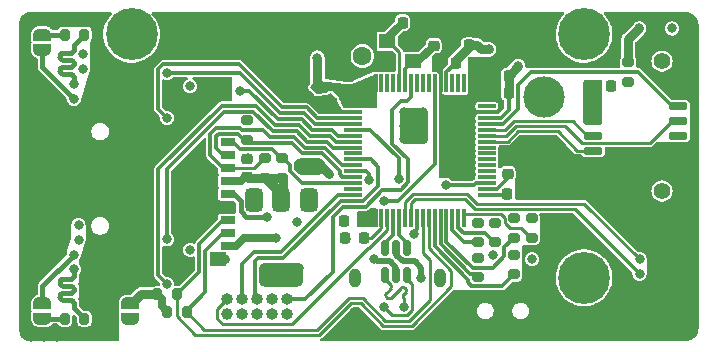
<source format=gbl>
G04 #@! TF.GenerationSoftware,KiCad,Pcbnew,8.0.1*
G04 #@! TF.CreationDate,2024-03-31T17:14:50+03:00*
G04 #@! TF.ProjectId,Master board,4d617374-6572-4206-926f-6172642e6b69,rev?*
G04 #@! TF.SameCoordinates,Original*
G04 #@! TF.FileFunction,Copper,L4,Bot*
G04 #@! TF.FilePolarity,Positive*
%FSLAX46Y46*%
G04 Gerber Fmt 4.6, Leading zero omitted, Abs format (unit mm)*
G04 Created by KiCad (PCBNEW 8.0.1) date 2024-03-31 17:14:50*
%MOMM*%
%LPD*%
G01*
G04 APERTURE LIST*
G04 Aperture macros list*
%AMRoundRect*
0 Rectangle with rounded corners*
0 $1 Rounding radius*
0 $2 $3 $4 $5 $6 $7 $8 $9 X,Y pos of 4 corners*
0 Add a 4 corners polygon primitive as box body*
4,1,4,$2,$3,$4,$5,$6,$7,$8,$9,$2,$3,0*
0 Add four circle primitives for the rounded corners*
1,1,$1+$1,$2,$3*
1,1,$1+$1,$4,$5*
1,1,$1+$1,$6,$7*
1,1,$1+$1,$8,$9*
0 Add four rect primitives between the rounded corners*
20,1,$1+$1,$2,$3,$4,$5,0*
20,1,$1+$1,$4,$5,$6,$7,0*
20,1,$1+$1,$6,$7,$8,$9,0*
20,1,$1+$1,$8,$9,$2,$3,0*%
%AMFreePoly0*
4,1,19,0.500000,-0.750000,0.000000,-0.750000,0.000000,-0.744911,-0.071157,-0.744911,-0.207708,-0.704816,-0.327430,-0.627875,-0.420627,-0.520320,-0.479746,-0.390866,-0.500000,-0.250000,-0.500000,0.250000,-0.479746,0.390866,-0.420627,0.520320,-0.327430,0.627875,-0.207708,0.704816,-0.071157,0.744911,0.000000,0.744911,0.000000,0.750000,0.500000,0.750000,0.500000,-0.750000,0.500000,-0.750000,
$1*%
%AMFreePoly1*
4,1,19,0.000000,0.744911,0.071157,0.744911,0.207708,0.704816,0.327430,0.627875,0.420627,0.520320,0.479746,0.390866,0.500000,0.250000,0.500000,-0.250000,0.479746,-0.390866,0.420627,-0.520320,0.327430,-0.627875,0.207708,-0.704816,0.071157,-0.744911,0.000000,-0.744911,0.000000,-0.750000,-0.500000,-0.750000,-0.500000,0.750000,0.000000,0.750000,0.000000,0.744911,0.000000,0.744911,
$1*%
G04 Aperture macros list end*
G04 #@! TA.AperFunction,ComponentPad*
%ADD10C,1.600000*%
G04 #@! TD*
G04 #@! TA.AperFunction,ComponentPad*
%ADD11O,1.090000X2.000000*%
G04 #@! TD*
G04 #@! TA.AperFunction,ComponentPad*
%ADD12O,1.050000X1.600000*%
G04 #@! TD*
G04 #@! TA.AperFunction,ComponentPad*
%ADD13C,1.000000*%
G04 #@! TD*
G04 #@! TA.AperFunction,ComponentPad*
%ADD14O,1.000000X1.000000*%
G04 #@! TD*
G04 #@! TA.AperFunction,ComponentPad*
%ADD15C,0.700000*%
G04 #@! TD*
G04 #@! TA.AperFunction,ComponentPad*
%ADD16C,4.400000*%
G04 #@! TD*
G04 #@! TA.AperFunction,ComponentPad*
%ADD17C,1.400000*%
G04 #@! TD*
G04 #@! TA.AperFunction,ComponentPad*
%ADD18C,3.500000*%
G04 #@! TD*
G04 #@! TA.AperFunction,SMDPad,CuDef*
%ADD19RoundRect,0.225000X-0.250000X0.225000X-0.250000X-0.225000X0.250000X-0.225000X0.250000X0.225000X0*%
G04 #@! TD*
G04 #@! TA.AperFunction,SMDPad,CuDef*
%ADD20RoundRect,0.200000X-0.275000X0.200000X-0.275000X-0.200000X0.275000X-0.200000X0.275000X0.200000X0*%
G04 #@! TD*
G04 #@! TA.AperFunction,SMDPad,CuDef*
%ADD21RoundRect,0.225000X-0.225000X-0.250000X0.225000X-0.250000X0.225000X0.250000X-0.225000X0.250000X0*%
G04 #@! TD*
G04 #@! TA.AperFunction,SMDPad,CuDef*
%ADD22RoundRect,0.200000X0.200000X0.275000X-0.200000X0.275000X-0.200000X-0.275000X0.200000X-0.275000X0*%
G04 #@! TD*
G04 #@! TA.AperFunction,SMDPad,CuDef*
%ADD23R,1.300000X0.700000*%
G04 #@! TD*
G04 #@! TA.AperFunction,SMDPad,CuDef*
%ADD24R,2.000000X1.200000*%
G04 #@! TD*
G04 #@! TA.AperFunction,SMDPad,CuDef*
%ADD25R,1.400000X1.200000*%
G04 #@! TD*
G04 #@! TA.AperFunction,SMDPad,CuDef*
%ADD26R,1.400000X1.150000*%
G04 #@! TD*
G04 #@! TA.AperFunction,SMDPad,CuDef*
%ADD27RoundRect,0.375000X-0.375000X0.625000X-0.375000X-0.625000X0.375000X-0.625000X0.375000X0.625000X0*%
G04 #@! TD*
G04 #@! TA.AperFunction,SMDPad,CuDef*
%ADD28RoundRect,0.500000X-1.400000X0.500000X-1.400000X-0.500000X1.400000X-0.500000X1.400000X0.500000X0*%
G04 #@! TD*
G04 #@! TA.AperFunction,SMDPad,CuDef*
%ADD29RoundRect,0.225000X0.225000X0.250000X-0.225000X0.250000X-0.225000X-0.250000X0.225000X-0.250000X0*%
G04 #@! TD*
G04 #@! TA.AperFunction,SMDPad,CuDef*
%ADD30RoundRect,0.075000X-0.075000X0.700000X-0.075000X-0.700000X0.075000X-0.700000X0.075000X0.700000X0*%
G04 #@! TD*
G04 #@! TA.AperFunction,SMDPad,CuDef*
%ADD31RoundRect,0.075000X-0.700000X0.075000X-0.700000X-0.075000X0.700000X-0.075000X0.700000X0.075000X0*%
G04 #@! TD*
G04 #@! TA.AperFunction,SMDPad,CuDef*
%ADD32RoundRect,0.200000X0.275000X-0.200000X0.275000X0.200000X-0.275000X0.200000X-0.275000X-0.200000X0*%
G04 #@! TD*
G04 #@! TA.AperFunction,SMDPad,CuDef*
%ADD33FreePoly0,270.000000*%
G04 #@! TD*
G04 #@! TA.AperFunction,SMDPad,CuDef*
%ADD34FreePoly1,270.000000*%
G04 #@! TD*
G04 #@! TA.AperFunction,SMDPad,CuDef*
%ADD35RoundRect,0.200000X-0.200000X-0.275000X0.200000X-0.275000X0.200000X0.275000X-0.200000X0.275000X0*%
G04 #@! TD*
G04 #@! TA.AperFunction,SMDPad,CuDef*
%ADD36RoundRect,0.150000X0.650000X0.150000X-0.650000X0.150000X-0.650000X-0.150000X0.650000X-0.150000X0*%
G04 #@! TD*
G04 #@! TA.AperFunction,SMDPad,CuDef*
%ADD37RoundRect,0.225000X0.335876X0.017678X0.017678X0.335876X-0.335876X-0.017678X-0.017678X-0.335876X0*%
G04 #@! TD*
G04 #@! TA.AperFunction,SMDPad,CuDef*
%ADD38RoundRect,0.150000X-0.150000X0.512500X-0.150000X-0.512500X0.150000X-0.512500X0.150000X0.512500X0*%
G04 #@! TD*
G04 #@! TA.AperFunction,ViaPad*
%ADD39C,0.800000*%
G04 #@! TD*
G04 #@! TA.AperFunction,ViaPad*
%ADD40C,1.400000*%
G04 #@! TD*
G04 #@! TA.AperFunction,Conductor*
%ADD41C,0.300000*%
G04 #@! TD*
G04 #@! TA.AperFunction,Conductor*
%ADD42C,0.800000*%
G04 #@! TD*
G04 #@! TA.AperFunction,Conductor*
%ADD43C,0.200000*%
G04 #@! TD*
G04 #@! TA.AperFunction,Conductor*
%ADD44C,0.550000*%
G04 #@! TD*
G04 #@! TA.AperFunction,Conductor*
%ADD45C,0.700000*%
G04 #@! TD*
G04 #@! TA.AperFunction,Conductor*
%ADD46C,1.000000*%
G04 #@! TD*
G04 #@! TA.AperFunction,Conductor*
%ADD47C,0.250000*%
G04 #@! TD*
G04 #@! TA.AperFunction,Conductor*
%ADD48C,1.400000*%
G04 #@! TD*
G04 #@! TA.AperFunction,Conductor*
%ADD49C,0.400000*%
G04 #@! TD*
G04 #@! TA.AperFunction,Conductor*
%ADD50C,0.230000*%
G04 #@! TD*
G04 APERTURE END LIST*
D10*
X136436250Y-70427613D03*
X136436250Y-68427613D03*
D11*
X143012000Y-92684000D03*
D12*
X143012000Y-89234000D03*
D11*
X135812000Y-92684000D03*
D12*
X135812000Y-89234000D03*
D13*
X124991000Y-92310000D03*
D14*
X124991000Y-91040000D03*
X126261000Y-92310000D03*
X126261000Y-91040000D03*
X127531000Y-92310000D03*
X127531000Y-91040000D03*
X128801000Y-92310000D03*
X128801000Y-91040000D03*
X130071000Y-92310000D03*
X130071000Y-91040000D03*
D15*
X115249000Y-68597000D03*
X115732274Y-67430274D03*
X115732274Y-69763726D03*
X116899000Y-66947000D03*
D16*
X116899000Y-68597000D03*
D15*
X116899000Y-70247000D03*
X118065726Y-67430274D03*
X118065726Y-69763726D03*
X118549000Y-68597000D03*
D17*
X161799000Y-70865000D03*
X161799000Y-81865000D03*
D18*
X151799000Y-78865000D03*
X151799000Y-73865000D03*
D15*
X153549000Y-89197000D03*
X154032274Y-88030274D03*
X154032274Y-90363726D03*
X155199000Y-87547000D03*
D16*
X155199000Y-89197000D03*
D15*
X155199000Y-90847000D03*
X156365726Y-88030274D03*
X156365726Y-90363726D03*
X156849000Y-89197000D03*
X153549000Y-68597000D03*
X154032274Y-67430274D03*
X154032274Y-69763726D03*
X155199000Y-66947000D03*
D16*
X155199000Y-68597000D03*
D15*
X155199000Y-70247000D03*
X156365726Y-67430274D03*
X156365726Y-69763726D03*
X156849000Y-68597000D03*
D19*
X126686000Y-79134000D03*
X126686000Y-80684000D03*
X148736000Y-78852000D03*
X148736000Y-80402000D03*
D20*
X147643000Y-84544000D03*
X147643000Y-86194000D03*
D21*
X134891000Y-84407000D03*
X136441000Y-84407000D03*
D22*
X112902000Y-68611000D03*
X111252000Y-68611000D03*
D23*
X125069500Y-77719000D03*
X125069500Y-78819000D03*
X125069500Y-79919000D03*
X125069500Y-81019000D03*
X125069500Y-82119000D03*
X125069500Y-83219000D03*
X125069500Y-84319000D03*
X125069500Y-85419000D03*
X125069500Y-86519000D03*
D24*
X114519500Y-72099000D03*
X114519500Y-87619000D03*
D25*
X124219500Y-72939000D03*
D26*
X124219500Y-87644000D03*
D27*
X127278000Y-82640500D03*
X129578000Y-82640500D03*
D28*
X129578000Y-88940500D03*
D27*
X131878000Y-82640500D03*
D21*
X147255000Y-72083000D03*
X148805000Y-72083000D03*
D29*
X150257000Y-82119000D03*
X148707000Y-82119000D03*
D30*
X137548000Y-72750000D03*
X138048000Y-72750000D03*
X138548000Y-72750000D03*
X139048000Y-72750000D03*
X139548000Y-72750000D03*
X140048000Y-72750000D03*
X140548000Y-72750000D03*
X141048000Y-72750000D03*
X141548000Y-72750000D03*
X142048000Y-72750000D03*
X142548000Y-72750000D03*
X143048000Y-72750000D03*
X143548000Y-72750000D03*
X144048000Y-72750000D03*
X144548000Y-72750000D03*
X145048000Y-72750000D03*
D31*
X146973000Y-74675000D03*
X146973000Y-75175000D03*
X146973000Y-75675000D03*
X146973000Y-76175000D03*
X146973000Y-76675000D03*
X146973000Y-77175000D03*
X146973000Y-77675000D03*
X146973000Y-78175000D03*
X146973000Y-78675000D03*
X146973000Y-79175000D03*
X146973000Y-79675000D03*
X146973000Y-80175000D03*
X146973000Y-80675000D03*
X146973000Y-81175000D03*
X146973000Y-81675000D03*
X146973000Y-82175000D03*
D30*
X145048000Y-84100000D03*
X144548000Y-84100000D03*
X144048000Y-84100000D03*
X143548000Y-84100000D03*
X143048000Y-84100000D03*
X142548000Y-84100000D03*
X142048000Y-84100000D03*
X141548000Y-84100000D03*
X141048000Y-84100000D03*
X140548000Y-84100000D03*
X140048000Y-84100000D03*
X139548000Y-84100000D03*
X139048000Y-84100000D03*
X138548000Y-84100000D03*
X138048000Y-84100000D03*
X137548000Y-84100000D03*
D31*
X135623000Y-82175000D03*
X135623000Y-81675000D03*
X135623000Y-81175000D03*
X135623000Y-80675000D03*
X135623000Y-80175000D03*
X135623000Y-79675000D03*
X135623000Y-79175000D03*
X135623000Y-78675000D03*
X135623000Y-78175000D03*
X135623000Y-77675000D03*
X135623000Y-77175000D03*
X135623000Y-76675000D03*
X135623000Y-76175000D03*
X135623000Y-75675000D03*
X135623000Y-75175000D03*
X135623000Y-74675000D03*
D32*
X128147000Y-80728000D03*
X128147000Y-79078000D03*
D22*
X112902000Y-92663000D03*
X111252000Y-92663000D03*
D20*
X146180000Y-84547000D03*
X146180000Y-86197000D03*
D33*
X109344000Y-68611000D03*
D34*
X109344000Y-69911000D03*
D21*
X142770000Y-70994000D03*
X144320000Y-70994000D03*
D20*
X146180000Y-87508000D03*
X146180000Y-89158000D03*
D21*
X143904000Y-69531000D03*
X145454000Y-69531000D03*
D29*
X157495000Y-72949000D03*
X155945000Y-72949000D03*
D20*
X150756000Y-84174000D03*
X150756000Y-85824000D03*
D32*
X129610000Y-80728000D03*
X129610000Y-79078000D03*
D20*
X149294501Y-87274000D03*
X149294501Y-88924000D03*
D35*
X119905000Y-92076000D03*
X121555000Y-92076000D03*
D21*
X134999000Y-85870000D03*
X136549000Y-85870000D03*
D19*
X142466000Y-68009000D03*
X142466000Y-69559000D03*
D33*
X109346000Y-91362997D03*
D34*
X109346000Y-92662997D03*
D19*
X135313000Y-71718000D03*
X135313000Y-73268000D03*
D25*
X138535000Y-69173000D03*
X140735000Y-69173000D03*
X140735000Y-70873000D03*
X138535000Y-70873000D03*
D33*
X116753500Y-91363000D03*
D34*
X116753500Y-92663000D03*
D36*
X163145000Y-74636000D03*
X163145000Y-75906000D03*
X163145000Y-77176000D03*
X163145000Y-78446000D03*
X155945000Y-78446000D03*
X155945000Y-77176000D03*
X155945000Y-75906000D03*
X155945000Y-74636000D03*
D21*
X147255000Y-73544000D03*
X148805000Y-73544000D03*
X138281000Y-67591000D03*
X139831000Y-67591000D03*
D20*
X126681000Y-75876000D03*
X126681000Y-77526000D03*
X158934000Y-70965000D03*
X158934000Y-72615000D03*
D37*
X133722008Y-74149008D03*
X132625992Y-73052992D03*
D35*
X119080000Y-90613000D03*
X120730000Y-90613000D03*
D20*
X149294501Y-84174000D03*
X149294501Y-85824000D03*
D38*
X138348000Y-86683500D03*
X139298000Y-86683500D03*
X140248000Y-86683500D03*
X140248000Y-88958500D03*
X139298000Y-88958500D03*
X138348000Y-88958500D03*
D39*
X109499000Y-79092000D03*
X151992000Y-90897000D03*
X124765000Y-87644000D03*
X110598999Y-81532000D03*
X146423250Y-68546998D03*
X163898999Y-92017000D03*
X114427000Y-92235000D03*
X108399000Y-79741999D03*
X146423250Y-67097000D03*
X130928545Y-84517342D03*
X110598999Y-82831999D03*
X112798999Y-90982000D03*
X144692000Y-93107000D03*
X159899000Y-90117000D03*
X162799000Y-92667000D03*
X141530499Y-76335999D03*
X147923249Y-67097000D03*
X147173250Y-67821999D03*
X110598999Y-78442000D03*
X115510999Y-75660000D03*
X121844000Y-74530000D03*
X161699000Y-85716999D03*
X115529999Y-89757000D03*
X157495000Y-72949000D03*
X151992000Y-93107000D03*
X163898999Y-85716999D03*
X126760999Y-79084000D03*
X141426000Y-89209000D03*
X161699000Y-84417000D03*
X109499000Y-94181999D03*
X141530499Y-75186000D03*
X140725499Y-76910998D03*
X139920500Y-75186000D03*
X140725499Y-75760999D03*
X109499000Y-82182000D03*
X139920500Y-77485998D03*
X163145000Y-78446000D03*
X110598999Y-94181999D03*
X108399000Y-78442000D03*
X158934000Y-72615000D03*
X163898999Y-93316999D03*
X144692000Y-90897000D03*
X139920500Y-76335998D03*
X141530499Y-77485999D03*
X163898999Y-84417000D03*
X135048999Y-85932999D03*
X112399000Y-76542000D03*
X162799000Y-85067000D03*
X110598999Y-67092000D03*
X147923249Y-68546999D03*
X109499000Y-67092000D03*
X108399000Y-82831999D03*
X112399000Y-75292000D03*
X121870000Y-88404000D03*
X127627999Y-83093000D03*
X161699000Y-92017000D03*
X112798999Y-89732000D03*
X108399000Y-81532000D03*
X108399000Y-67092000D03*
X110598999Y-79741999D03*
X134891000Y-84332000D03*
X161699000Y-93316999D03*
X108399000Y-94181999D03*
X150819500Y-87624000D03*
X116753500Y-91363000D03*
X148707000Y-82119000D03*
X121870000Y-86854000D03*
X155945000Y-72949000D03*
X128078000Y-88340500D03*
X149621000Y-71260000D03*
X132625992Y-70557000D03*
X121844000Y-72980000D03*
X131077999Y-88340500D03*
X147468001Y-87274000D03*
X126755999Y-75876000D03*
X147173250Y-69869500D03*
X162666500Y-68091000D03*
X129578000Y-88340500D03*
X129228000Y-83093000D03*
X136441000Y-84332000D03*
X137437000Y-87576000D03*
D40*
X132596868Y-79725000D03*
X131351000Y-79725000D03*
D39*
X112399000Y-85982000D03*
X112399000Y-84732000D03*
X133639000Y-80397000D03*
X112798999Y-71542000D03*
X112798999Y-70292000D03*
X131778000Y-83240499D03*
X159866500Y-68091000D03*
X147568000Y-84547000D03*
X146105000Y-84547000D03*
X146168000Y-87508000D03*
X149369500Y-84174000D03*
X149369500Y-87274000D03*
X150769500Y-84174000D03*
X128381000Y-84040500D03*
X136989000Y-80889000D03*
X129105000Y-85841000D03*
X138280000Y-82665999D03*
X139935000Y-91661000D03*
X138239000Y-91661000D03*
X116753500Y-92663000D03*
X143524000Y-81345000D03*
X126030000Y-73396000D03*
X140767000Y-85482000D03*
X139500260Y-80824515D03*
X159899000Y-88867000D03*
X159899000Y-87617000D03*
X111999000Y-72792000D03*
X119886000Y-75660000D03*
X119886000Y-71850000D03*
X119905000Y-85947000D03*
X119905000Y-89757000D03*
X111999000Y-74042000D03*
X111999000Y-88482000D03*
X111999000Y-87232000D03*
D41*
X143048000Y-71272000D02*
X142770000Y-70994000D01*
D42*
X139920500Y-77485998D02*
X141530498Y-77485998D01*
D43*
X139075000Y-66797000D02*
X141254000Y-66797000D01*
D42*
X141530499Y-77485999D02*
X141530499Y-75186000D01*
D41*
X143048000Y-72750000D02*
X143048000Y-71272000D01*
D44*
X139298000Y-86683500D02*
X139298000Y-87284040D01*
D45*
X120920000Y-86460497D02*
X120920000Y-87454000D01*
D44*
X140864000Y-87821000D02*
X141426000Y-88383000D01*
D42*
X141530498Y-77485998D02*
X141530499Y-77485999D01*
X141530499Y-75186000D02*
X139920500Y-75186000D01*
D43*
X138281000Y-67591000D02*
X139075000Y-66797000D01*
D45*
X120920000Y-87454000D02*
X121870000Y-88404000D01*
D44*
X141426000Y-88383000D02*
X141426000Y-89209000D01*
D45*
X125069500Y-83219000D02*
X124161497Y-83219000D01*
D42*
X139920500Y-77485998D02*
X139920500Y-75186000D01*
D45*
X124161497Y-83219000D02*
X120920000Y-86460497D01*
D42*
X124219500Y-87644000D02*
X124765000Y-87644000D01*
D44*
X139834960Y-87821000D02*
X140864000Y-87821000D01*
D43*
X141254000Y-66797000D02*
X142466000Y-68009000D01*
D44*
X139298000Y-87284040D02*
X139834960Y-87821000D01*
D46*
X140725499Y-76910998D02*
X140725499Y-75760999D01*
D42*
X116753500Y-91363000D02*
X116956000Y-91363000D01*
X117706000Y-90613000D02*
X119080000Y-90613000D01*
D45*
X125069500Y-81019000D02*
X126152000Y-81019000D01*
D42*
X126730000Y-80728000D02*
X126686000Y-80684000D01*
X128147000Y-80728000D02*
X126730000Y-80728000D01*
D45*
X119905000Y-92076000D02*
X119463000Y-91634000D01*
D41*
X148651000Y-82175000D02*
X148707000Y-82119000D01*
D42*
X149621000Y-71260000D02*
X149621000Y-71267000D01*
D41*
X146973000Y-75675000D02*
X148144000Y-75675000D01*
D42*
X129578000Y-82159000D02*
X128147000Y-80728000D01*
D45*
X126487000Y-80684000D02*
X126686000Y-80684000D01*
D42*
X129687000Y-80805000D02*
X129687000Y-82531500D01*
D41*
X143548000Y-71766000D02*
X144320000Y-70994000D01*
D45*
X119463000Y-90996000D02*
X119080000Y-90613000D01*
D42*
X129578000Y-81987000D02*
X128319000Y-80728000D01*
D45*
X126152000Y-81019000D02*
X126487000Y-80684000D01*
D42*
X128319000Y-80728000D02*
X128147000Y-80728000D01*
X146506500Y-69869500D02*
X147173250Y-69869500D01*
X145454000Y-69628960D02*
X145454000Y-69531000D01*
X149621000Y-71267000D02*
X148805000Y-72083000D01*
D41*
X148144000Y-75675000D02*
X148805000Y-75014000D01*
D45*
X119463000Y-91634000D02*
X119463000Y-90996000D01*
D42*
X144320000Y-70762960D02*
X145454000Y-69628960D01*
X128147000Y-80728000D02*
X129610000Y-80728000D01*
D41*
X143548000Y-72750000D02*
X143548000Y-71766000D01*
D42*
X148805000Y-72083000D02*
X148805000Y-73544000D01*
X145454000Y-69531000D02*
X146168000Y-69531000D01*
X129578000Y-82640500D02*
X129578000Y-82159000D01*
D41*
X146973000Y-82175000D02*
X148651000Y-82175000D01*
D42*
X129687000Y-82531500D02*
X129578000Y-82640500D01*
X144320000Y-70994000D02*
X144320000Y-70762960D01*
D41*
X148805000Y-75014000D02*
X148805000Y-73544000D01*
D42*
X146168000Y-69531000D02*
X146506500Y-69869500D01*
X129610000Y-80728000D02*
X129687000Y-80805000D01*
X116956000Y-91363000D02*
X117706000Y-90613000D01*
X132625992Y-70557000D02*
X132625992Y-73052992D01*
X129578000Y-82640500D02*
X129578000Y-81987000D01*
D41*
X138120338Y-81765000D02*
X139667142Y-81765000D01*
X140184000Y-74247000D02*
X140548000Y-73883000D01*
X136710338Y-83175000D02*
X138120338Y-81765000D01*
X139688000Y-74247000D02*
X140184000Y-74247000D01*
X140317000Y-81115142D02*
X140317000Y-79187646D01*
X138976000Y-74959000D02*
X139688000Y-74247000D01*
X133913000Y-84052212D02*
X134790212Y-83175000D01*
X138976000Y-77846646D02*
X138976000Y-74959000D01*
X134790212Y-83175000D02*
X136710338Y-83175000D01*
X130071000Y-91040000D02*
X131579000Y-91040000D01*
X131579000Y-91040000D02*
X133913000Y-88706000D01*
X140317000Y-79187646D02*
X138976000Y-77846646D01*
X140548000Y-73883000D02*
X140548000Y-72750000D01*
X133913000Y-88706000D02*
X133913000Y-84052212D01*
X139667142Y-81765000D02*
X140317000Y-81115142D01*
D45*
X138535000Y-68914250D02*
X139835000Y-67614250D01*
X139835000Y-67614250D02*
X139835000Y-67526000D01*
D47*
X138535000Y-69173000D02*
X138632000Y-69173000D01*
X138632000Y-69173000D02*
X139573000Y-70114000D01*
X139573000Y-70114000D02*
X139573000Y-72725000D01*
D45*
X138535000Y-69173000D02*
X138535000Y-68914250D01*
D47*
X139573000Y-72725000D02*
X139548000Y-72750000D01*
D45*
X140735000Y-70873000D02*
X141152000Y-70873000D01*
D41*
X140048000Y-72750000D02*
X140048000Y-71560000D01*
X140048000Y-71560000D02*
X140735000Y-70873000D01*
D45*
X141152000Y-70873000D02*
X142466000Y-69559000D01*
D47*
X138048000Y-85008696D02*
X138048000Y-84100000D01*
X136549000Y-85870000D02*
X137186696Y-85870000D01*
X137186696Y-85870000D02*
X138048000Y-85008696D01*
D41*
X148736000Y-80790120D02*
X148736000Y-80402000D01*
X147851120Y-81675000D02*
X148736000Y-80790120D01*
X146973000Y-81675000D02*
X147851120Y-81675000D01*
D44*
X139298000Y-88958500D02*
X139298000Y-88357960D01*
X138761040Y-87821000D02*
X137682000Y-87821000D01*
X137682000Y-87821000D02*
X137437000Y-87576000D01*
X139298000Y-88357960D02*
X138761040Y-87821000D01*
D48*
X131351000Y-79725000D02*
X132595737Y-79725000D01*
D42*
X132967000Y-79725000D02*
X133639000Y-80397000D01*
X132596868Y-79725000D02*
X132967000Y-79725000D01*
D48*
X132595737Y-79725000D02*
X132596303Y-79725566D01*
D42*
X158934000Y-69023500D02*
X159866500Y-68091000D01*
X158934000Y-70965000D02*
X158934000Y-69023500D01*
D41*
X130673000Y-77276000D02*
X131572000Y-78175000D01*
X125069500Y-79919000D02*
X124669500Y-79919000D01*
D47*
X125079500Y-79909000D02*
X127241000Y-79909000D01*
D41*
X124069500Y-79319000D02*
X124059894Y-79319000D01*
X123563000Y-78822106D02*
X123563000Y-77019893D01*
D47*
X128072000Y-79078000D02*
X128147000Y-79078000D01*
D41*
X131572000Y-78175000D02*
X133244880Y-78175000D01*
X124059894Y-79319000D02*
X123563000Y-78822106D01*
X126250107Y-76696000D02*
X128052252Y-76696000D01*
D47*
X125069500Y-79919000D02*
X125079500Y-79909000D01*
D41*
X124669500Y-79919000D02*
X124069500Y-79319000D01*
X128052252Y-76696000D02*
X128632252Y-77276000D01*
X123563000Y-77019893D02*
X124063894Y-76519000D01*
X134744880Y-79675000D02*
X135623000Y-79675000D01*
D47*
X127241000Y-79909000D02*
X128072000Y-79078000D01*
D41*
X133244880Y-78175000D02*
X134744880Y-79675000D01*
X126073107Y-76519000D02*
X126250107Y-76696000D01*
X124063894Y-76519000D02*
X126073107Y-76519000D01*
X128632252Y-77276000D02*
X130673000Y-77276000D01*
D49*
X126128000Y-82708000D02*
X125539000Y-82119000D01*
X126128000Y-83586516D02*
X126128000Y-82708000D01*
D41*
X136989000Y-80456000D02*
X136708000Y-80175000D01*
X136708000Y-80175000D02*
X135623000Y-80175000D01*
D49*
X128381000Y-84040500D02*
X126581984Y-84040500D01*
X126581984Y-84040500D02*
X126128000Y-83586516D01*
D41*
X136989000Y-80889000D02*
X136989000Y-80456000D01*
D49*
X125539000Y-82119000D02*
X125069500Y-82119000D01*
D47*
X132775634Y-94035000D02*
X135451634Y-91359000D01*
D41*
X120730000Y-90604661D02*
X120730000Y-90613000D01*
X122642000Y-88692661D02*
X120730000Y-90604661D01*
D47*
X136275299Y-91359000D02*
X138202299Y-93286000D01*
X120730000Y-90613000D02*
X120730000Y-92474004D01*
D41*
X122642000Y-86341000D02*
X122642000Y-88692661D01*
X125069500Y-84319000D02*
X124664000Y-84319000D01*
D47*
X140608097Y-93286000D02*
X143978000Y-89916097D01*
X142048000Y-86720322D02*
X142048000Y-84100000D01*
X138202299Y-93286000D02*
X140608097Y-93286000D01*
X143978000Y-89916097D02*
X143978000Y-88650322D01*
D41*
X124664000Y-84319000D02*
X122642000Y-86341000D01*
D47*
X143978000Y-88650322D02*
X142048000Y-86720322D01*
X120730000Y-92474004D02*
X122290996Y-94035000D01*
X122290996Y-94035000D02*
X132775634Y-94035000D01*
X135451634Y-91359000D02*
X136275299Y-91359000D01*
D41*
X124668000Y-78819000D02*
X124063000Y-78214000D01*
X134498000Y-80428120D02*
X134498000Y-80141207D01*
X126373000Y-77526000D02*
X126681000Y-77526000D01*
X133031793Y-78675000D02*
X131360661Y-78675000D01*
X126931000Y-77776000D02*
X126681000Y-77526000D01*
X135623000Y-80675000D02*
X134744880Y-80675000D01*
X124271000Y-77019000D02*
X125866000Y-77019000D01*
X124063000Y-78214000D02*
X124063000Y-77227000D01*
X134498000Y-80141207D02*
X133031793Y-78675000D01*
X125069500Y-78819000D02*
X124668000Y-78819000D01*
X134744880Y-80675000D02*
X134498000Y-80428120D01*
X124063000Y-77227000D02*
X124271000Y-77019000D01*
X131360661Y-78675000D02*
X130461661Y-77776000D01*
X130461661Y-77776000D02*
X126931000Y-77776000D01*
X125866000Y-77019000D02*
X126373000Y-77526000D01*
X126078000Y-78328000D02*
X125469000Y-77719000D01*
X125469000Y-77719000D02*
X125069500Y-77719000D01*
X130301000Y-80159924D02*
X130301000Y-79679000D01*
X135623000Y-81175000D02*
X131316076Y-81175000D01*
X129610000Y-79078000D02*
X129542000Y-79078000D01*
X128792000Y-78328000D02*
X126078000Y-78328000D01*
X130301000Y-79679000D02*
X129700000Y-79078000D01*
X129542000Y-79078000D02*
X128792000Y-78328000D01*
X129700000Y-79078000D02*
X129610000Y-79078000D01*
X131316076Y-81175000D02*
X130301000Y-80159924D01*
D45*
X129105000Y-85841000D02*
X126435000Y-85841000D01*
D41*
X139473249Y-82665999D02*
X142548000Y-79591248D01*
X138280000Y-82665999D02*
X139473249Y-82665999D01*
D45*
X125757000Y-86519000D02*
X125069500Y-86519000D01*
D41*
X142548000Y-79591248D02*
X142548000Y-72750000D01*
D45*
X126435000Y-85841000D02*
X125757000Y-86519000D01*
D47*
X142151000Y-87730694D02*
X142151000Y-91106701D01*
X132589238Y-93585000D02*
X123064000Y-93585000D01*
X141548000Y-84100000D02*
X141548000Y-87127694D01*
D41*
X125069500Y-85419000D02*
X124674000Y-85419000D01*
X123142000Y-86951000D02*
X123142000Y-90427000D01*
D47*
X142151000Y-91106701D02*
X140421701Y-92836000D01*
X140421701Y-92836000D02*
X138388695Y-92836000D01*
X123064000Y-93585000D02*
X121555000Y-92076000D01*
D41*
X124674000Y-85419000D02*
X123142000Y-86951000D01*
X121555000Y-92014000D02*
X121555000Y-92076000D01*
X123142000Y-90427000D02*
X121555000Y-92014000D01*
D47*
X135265238Y-90909000D02*
X132589238Y-93585000D01*
X136461695Y-90909000D02*
X135265238Y-90909000D01*
X138388695Y-92836000D02*
X136461695Y-90909000D01*
X141548000Y-87127694D02*
X142151000Y-87730694D01*
X139539018Y-90221142D02*
X138851767Y-90908392D01*
X138534983Y-90908392D02*
X138455787Y-90829196D01*
X138348000Y-89272436D02*
X138348000Y-88958500D01*
X138348000Y-89346908D02*
X138348000Y-89272436D01*
X138455787Y-90512412D02*
X138826254Y-90141946D01*
X139935000Y-91661000D02*
X139935000Y-91095986D01*
X139697379Y-90062782D02*
X139539018Y-90221142D01*
X140093360Y-90141979D02*
X140014163Y-90062782D01*
X139935000Y-90617124D02*
X140093360Y-90458763D01*
X138826254Y-89825162D02*
X138747059Y-89745967D01*
X138747059Y-89745967D02*
X138348000Y-89346908D01*
X139935000Y-91095986D02*
X139935000Y-90933908D01*
X138826253Y-90141945D02*
G75*
G03*
X138826207Y-89825209I-158353J158345D01*
G01*
X140093359Y-90458762D02*
G75*
G03*
X140093330Y-90142009I-158359J158362D01*
G01*
X138455788Y-90829195D02*
G75*
G02*
X138455784Y-90512409I158412J158395D01*
G01*
X140014163Y-90062782D02*
G75*
G03*
X139697379Y-90062782I-158392J-158392D01*
G01*
X138851767Y-90908392D02*
G75*
G02*
X138534983Y-90908392I-158392J158392D01*
G01*
X139935000Y-90933908D02*
G75*
G02*
X139934984Y-90617108I158400J158408D01*
G01*
X140660000Y-91961305D02*
X140660000Y-89737000D01*
X140235305Y-92386000D02*
X140660000Y-91961305D01*
X140248000Y-89325000D02*
X140248000Y-88958500D01*
X138964000Y-92386000D02*
X140235305Y-92386000D01*
X140660000Y-89737000D02*
X140248000Y-89325000D01*
X138239000Y-91661000D02*
X138964000Y-92386000D01*
X124166000Y-92651727D02*
X124649273Y-93135000D01*
X124649273Y-93135000D02*
X130433918Y-93135000D01*
X138548000Y-85145092D02*
X138548000Y-84100000D01*
X124166000Y-91865000D02*
X124166000Y-92651727D01*
X124991000Y-91040000D02*
X124166000Y-91865000D01*
X130433918Y-93135000D02*
X136900918Y-86668000D01*
X137025092Y-86668000D02*
X138548000Y-85145092D01*
X136900918Y-86668000D02*
X137025092Y-86668000D01*
D41*
X137132000Y-79175000D02*
X137745000Y-79788000D01*
X127328000Y-90837000D02*
X127531000Y-91040000D01*
X129737106Y-87521000D02*
X127591000Y-87521000D01*
X127591000Y-87521000D02*
X127328000Y-87784000D01*
X137745000Y-81431120D02*
X136501120Y-82675000D01*
X136501120Y-82675000D02*
X134583106Y-82675000D01*
X135623000Y-79175000D02*
X137132000Y-79175000D01*
X134583106Y-82675000D02*
X129737106Y-87521000D01*
X127328000Y-87784000D02*
X127328000Y-90837000D01*
X137745000Y-79788000D02*
X137745000Y-81431120D01*
X135623000Y-82175000D02*
X134376000Y-82175000D01*
X126261000Y-87999000D02*
X126261000Y-91040000D01*
X129555000Y-86996000D02*
X127264000Y-86996000D01*
X127264000Y-86996000D02*
X126261000Y-87999000D01*
X134376000Y-82175000D02*
X129555000Y-86996000D01*
X143048000Y-86341464D02*
X143048000Y-84100000D01*
X145928000Y-88843000D02*
X145549535Y-88843000D01*
X145549535Y-88843000D02*
X143048000Y-86341464D01*
X146243000Y-89158000D02*
X145928000Y-88843000D01*
X145059774Y-86197000D02*
X144048000Y-85185226D01*
X144048000Y-85185226D02*
X144048000Y-84100000D01*
X146180000Y-86197000D02*
X145059774Y-86197000D01*
X145016880Y-85447000D02*
X146826000Y-85447000D01*
X146826000Y-85447000D02*
X147573000Y-86194000D01*
X144548000Y-84978120D02*
X145016880Y-85447000D01*
X147573000Y-86194000D02*
X147643000Y-86194000D01*
X144548000Y-84100000D02*
X144548000Y-84978120D01*
X143524000Y-81345000D02*
X145924880Y-81345000D01*
X146094880Y-81175000D02*
X146973000Y-81175000D01*
X145924880Y-81345000D02*
X146094880Y-81175000D01*
X129253570Y-75776000D02*
X126873570Y-73396000D01*
X132193318Y-76675000D02*
X131294318Y-75776000D01*
X134366198Y-77175000D02*
X133866198Y-76675000D01*
X126873570Y-73396000D02*
X126030000Y-73396000D01*
X135623000Y-77175000D02*
X134366198Y-77175000D01*
X133866198Y-76675000D02*
X132193318Y-76675000D01*
X131294318Y-75776000D02*
X129253570Y-75776000D01*
X141048000Y-84100000D02*
X141048000Y-85099000D01*
X140767000Y-85380000D02*
X140767000Y-85482000D01*
X141048000Y-85099000D02*
X140767000Y-85380000D01*
X145671642Y-89908000D02*
X148254000Y-89908000D01*
X145355000Y-89591358D02*
X145671642Y-89908000D01*
X145355000Y-89355570D02*
X145355000Y-89591358D01*
X142548000Y-86548570D02*
X145355000Y-89355570D01*
X148254000Y-89908000D02*
X149238000Y-88924000D01*
X142548000Y-84100000D02*
X142548000Y-86548570D01*
X149272750Y-85822608D02*
X149231392Y-85822608D01*
X143548000Y-86134358D02*
X143548000Y-84100000D01*
X148439000Y-87363662D02*
X147459662Y-88343000D01*
X145756642Y-88343000D02*
X143548000Y-86134358D01*
X148439000Y-86615000D02*
X148439000Y-87363662D01*
X147459662Y-88343000D02*
X145756642Y-88343000D01*
X149231392Y-85822608D02*
X148439000Y-86615000D01*
D47*
X148476000Y-84153996D02*
X148476000Y-84598000D01*
X148893000Y-85015000D02*
X149878000Y-85015000D01*
X149878000Y-85015000D02*
X150687000Y-85824000D01*
X148141004Y-83819000D02*
X148476000Y-84153996D01*
X148476000Y-84598000D02*
X148893000Y-85015000D01*
X150687000Y-85824000D02*
X150756000Y-85824000D01*
X145048000Y-84100000D02*
X145048000Y-83819000D01*
X145048000Y-83819000D02*
X148141004Y-83819000D01*
D41*
X137097248Y-76675000D02*
X135623000Y-76675000D01*
X139500260Y-80824515D02*
X139500260Y-79078012D01*
X139500260Y-79078012D02*
X137097248Y-76675000D01*
D47*
X145090000Y-82520000D02*
X140927396Y-82520000D01*
X159899000Y-88867000D02*
X154401000Y-83369000D01*
X140927396Y-82520000D02*
X140548000Y-82899396D01*
X154401000Y-83369000D02*
X145939000Y-83369000D01*
X145939000Y-83369000D02*
X145090000Y-82520000D01*
X140548000Y-82899396D02*
X140548000Y-84100000D01*
X159899000Y-87617000D02*
X155201000Y-82919000D01*
X140048000Y-82763000D02*
X140048000Y-84100000D01*
X145276396Y-82070000D02*
X140741000Y-82070000D01*
X140741000Y-82070000D02*
X140048000Y-82763000D01*
X155201000Y-82919000D02*
X146125396Y-82919000D01*
X146125396Y-82919000D02*
X145276396Y-82070000D01*
D41*
X139048000Y-85559738D02*
X138348000Y-86259738D01*
X139048000Y-84100000D02*
X139048000Y-85559738D01*
X138348000Y-86259738D02*
X138348000Y-86683500D01*
D49*
X111999000Y-69934033D02*
X111999000Y-69814033D01*
X112408307Y-69104693D02*
X112902000Y-68611000D01*
X111759000Y-70774033D02*
X111062397Y-70774033D01*
X111999000Y-69514000D02*
X112408307Y-69104693D01*
X111999000Y-72792000D02*
X111999000Y-72214033D01*
X111999000Y-69814033D02*
X111999000Y-69514000D01*
X111062397Y-70174033D02*
X111759000Y-70174033D01*
X110822397Y-71734033D02*
X110822397Y-71614033D01*
X110822397Y-70534033D02*
X110822397Y-70414033D01*
X111062397Y-71374033D02*
X111759000Y-71374033D01*
X111759000Y-71974033D02*
X111062397Y-71974033D01*
X111999000Y-71134033D02*
X111999000Y-71014033D01*
X111062397Y-70774033D02*
G75*
G02*
X110822367Y-70534033I3J240033D01*
G01*
X111759000Y-71374033D02*
G75*
G03*
X111999033Y-71134033I0J240033D01*
G01*
X110822397Y-71614033D02*
G75*
G02*
X111062397Y-71373997I240003J33D01*
G01*
X111062397Y-71974033D02*
G75*
G02*
X110822367Y-71734033I3J240033D01*
G01*
X111999000Y-72214033D02*
G75*
G03*
X111759000Y-71974000I-240000J33D01*
G01*
X111999000Y-71014033D02*
G75*
G03*
X111759000Y-70774000I-240000J33D01*
G01*
X111759000Y-70174033D02*
G75*
G03*
X111999033Y-69934033I0J240033D01*
G01*
X110822397Y-70414033D02*
G75*
G02*
X111062397Y-70173997I240003J33D01*
G01*
D41*
X139548000Y-84100000D02*
X139548000Y-85559738D01*
X139548000Y-85559738D02*
X140248000Y-86259738D01*
X140248000Y-86259738D02*
X140248000Y-86683500D01*
X135623000Y-75675000D02*
X132607530Y-75675000D01*
X119124000Y-74898000D02*
X119886000Y-75660000D01*
X129667782Y-74776000D02*
X125991782Y-71100000D01*
X119575339Y-71100000D02*
X119124000Y-71551339D01*
X132607530Y-75675000D02*
X131708530Y-74776000D01*
X125991782Y-71100000D02*
X119575339Y-71100000D01*
X119124000Y-71551339D02*
X119124000Y-74898000D01*
X131708530Y-74776000D02*
X129667782Y-74776000D01*
X132400424Y-76175000D02*
X131501424Y-75276000D01*
X135623000Y-76175000D02*
X132400424Y-76175000D01*
X129460676Y-75276000D02*
X126034676Y-71850000D01*
X131501424Y-75276000D02*
X129460676Y-75276000D01*
X126034676Y-71850000D02*
X119886000Y-71850000D01*
X119905000Y-79970786D02*
X119905000Y-85947000D01*
X124749786Y-75126000D02*
X119905000Y-79970786D01*
X131779106Y-77675000D02*
X130880106Y-76776000D01*
X133951986Y-78175000D02*
X133451986Y-77675000D01*
X135623000Y-78175000D02*
X133951986Y-78175000D01*
X130880106Y-76776000D02*
X128839358Y-76776000D01*
X127189358Y-75126000D02*
X124749786Y-75126000D01*
X128839358Y-76776000D02*
X127189358Y-75126000D01*
X133451986Y-77675000D02*
X131779106Y-77675000D01*
X127396464Y-74626000D02*
X124542680Y-74626000D01*
X119155000Y-89007000D02*
X119905000Y-89757000D01*
X124542680Y-74626000D02*
X119155000Y-80013680D01*
X131087212Y-76276000D02*
X129046464Y-76276000D01*
X133659092Y-77175000D02*
X131986212Y-77175000D01*
X134159092Y-77675000D02*
X133659092Y-77175000D01*
X119155000Y-80013680D02*
X119155000Y-89007000D01*
X131986212Y-77175000D02*
X131087212Y-76276000D01*
X135623000Y-77675000D02*
X134159092Y-77675000D01*
X129046464Y-76276000D02*
X127396464Y-74626000D01*
D50*
X155468000Y-77176000D02*
X155945000Y-77176000D01*
X146973000Y-76675000D02*
X148508716Y-76675000D01*
X148508716Y-76675000D02*
X149243716Y-75940000D01*
X154232000Y-75940000D02*
X155468000Y-77176000D01*
X149243716Y-75940000D02*
X154232000Y-75940000D01*
D41*
X148351106Y-76175000D02*
X149605000Y-74921106D01*
X149605000Y-74921106D02*
X149605000Y-72897000D01*
X159765000Y-71765000D02*
X162636000Y-74636000D01*
X150737000Y-71765000D02*
X159765000Y-71765000D01*
X162636000Y-74636000D02*
X163145000Y-74636000D01*
X146973000Y-76175000D02*
X148351106Y-76175000D01*
X149605000Y-72897000D02*
X150737000Y-71765000D01*
D50*
X146973000Y-77675000D02*
X148724940Y-77675000D01*
X149599940Y-76800000D02*
X152981000Y-76800000D01*
X154627000Y-78446000D02*
X155945000Y-78446000D01*
X148724940Y-77675000D02*
X149599940Y-76800000D01*
X152981000Y-76800000D02*
X154627000Y-78446000D01*
X155034000Y-77814000D02*
X160752000Y-77814000D01*
X146973000Y-77175000D02*
X148616828Y-77175000D01*
X149421828Y-76370000D02*
X153590000Y-76370000D01*
X148616828Y-77175000D02*
X149421828Y-76370000D01*
X162660000Y-75906000D02*
X163145000Y-75906000D01*
X160752000Y-77814000D02*
X162660000Y-75906000D01*
X153590000Y-76370000D02*
X155034000Y-77814000D01*
D49*
X109344000Y-69911000D02*
X109344000Y-71387000D01*
X111999000Y-74042000D02*
X109344000Y-71387000D01*
X111999000Y-88482000D02*
X111999000Y-89064280D01*
X110822803Y-89544280D02*
X110822803Y-89664280D01*
X111999000Y-90144280D02*
X111999000Y-90264280D01*
X111062803Y-89904280D02*
X111759000Y-89904280D01*
X111759000Y-90504280D02*
X111062775Y-90504280D01*
X110822775Y-90744280D02*
X110822775Y-90864280D01*
X111062775Y-91104280D02*
X111759000Y-91104280D01*
X112317314Y-92078312D02*
X112902000Y-92663000D01*
X111999000Y-91344280D02*
X111999000Y-91464280D01*
X111999000Y-91759998D02*
X112317314Y-92078312D01*
X111759000Y-89304280D02*
X111062803Y-89304280D01*
X111999000Y-91464280D02*
X111999000Y-91759998D01*
X111062803Y-89304280D02*
G75*
G03*
X110822780Y-89544280I-3J-240020D01*
G01*
X111759000Y-91104280D02*
G75*
G02*
X111999020Y-91344280I0J-240020D01*
G01*
X110822803Y-89664280D02*
G75*
G03*
X111062803Y-89904297I239997J-20D01*
G01*
X111759000Y-89904280D02*
G75*
G02*
X111999020Y-90144280I0J-240020D01*
G01*
X110822775Y-90864280D02*
G75*
G03*
X111062775Y-91104325I240025J-20D01*
G01*
X111999000Y-90264280D02*
G75*
G02*
X111759000Y-90504300I-240000J-20D01*
G01*
X111062775Y-90504280D02*
G75*
G03*
X110822780Y-90744280I25J-240020D01*
G01*
X111999000Y-89064280D02*
G75*
G02*
X111759000Y-89304300I-240000J-20D01*
G01*
X111999000Y-87232000D02*
X109346000Y-89885000D01*
X109346000Y-91363000D02*
X109346000Y-89885000D01*
X109346000Y-68611000D02*
X111252000Y-68611000D01*
X109344000Y-68613000D02*
X109346000Y-68611000D01*
X109346000Y-92663000D02*
X111252000Y-92663000D01*
G04 #@! TA.AperFunction,Conductor*
G36*
X137623000Y-83344962D02*
G01*
X137677538Y-83399500D01*
X137697500Y-83474000D01*
X137697501Y-84733000D01*
X137677539Y-84807500D01*
X137623001Y-84862038D01*
X137548501Y-84882000D01*
X136140000Y-84882000D01*
X136065500Y-84862038D01*
X136010962Y-84807500D01*
X135991000Y-84733000D01*
X135991000Y-83674500D01*
X136010962Y-83600000D01*
X136065500Y-83545462D01*
X136140000Y-83525500D01*
X136756482Y-83525500D01*
X136845626Y-83501614D01*
X136925550Y-83455470D01*
X137012379Y-83368641D01*
X137079174Y-83330077D01*
X137117738Y-83325000D01*
X137548500Y-83325000D01*
X137623000Y-83344962D01*
G37*
G04 #@! TD.AperFunction*
G04 #@! TA.AperFunction,Conductor*
G36*
X115168915Y-66717185D02*
G01*
X115214670Y-66769989D01*
X115224614Y-66839147D01*
X115195589Y-66902703D01*
X115186760Y-66911892D01*
X115145652Y-66950494D01*
X114953111Y-67183236D01*
X114791268Y-67438261D01*
X114791265Y-67438267D01*
X114662661Y-67711563D01*
X114662659Y-67711568D01*
X114569320Y-67998835D01*
X114512719Y-68295546D01*
X114512718Y-68295553D01*
X114493754Y-68596994D01*
X114493754Y-68597005D01*
X114512718Y-68898446D01*
X114512719Y-68898453D01*
X114537388Y-69027774D01*
X114564396Y-69169355D01*
X114569320Y-69195164D01*
X114662659Y-69482431D01*
X114662661Y-69482436D01*
X114791265Y-69755732D01*
X114791268Y-69755738D01*
X114953111Y-70010763D01*
X114953114Y-70010767D01*
X114953115Y-70010768D01*
X115145651Y-70243504D01*
X115362826Y-70447446D01*
X115365836Y-70450272D01*
X115365846Y-70450280D01*
X115610193Y-70627808D01*
X115610198Y-70627810D01*
X115610205Y-70627816D01*
X115874896Y-70773332D01*
X115874901Y-70773334D01*
X115874903Y-70773335D01*
X115874904Y-70773336D01*
X116155734Y-70884524D01*
X116155737Y-70884525D01*
X116191550Y-70893720D01*
X116448302Y-70959642D01*
X116595039Y-70978179D01*
X116747963Y-70997499D01*
X116747969Y-70997499D01*
X116747973Y-70997500D01*
X116747975Y-70997500D01*
X117050025Y-70997500D01*
X117050027Y-70997500D01*
X117050032Y-70997499D01*
X117050036Y-70997499D01*
X117129591Y-70987448D01*
X117349698Y-70959642D01*
X117642262Y-70884525D01*
X117642265Y-70884524D01*
X117923095Y-70773336D01*
X117923096Y-70773335D01*
X117923094Y-70773335D01*
X117923104Y-70773332D01*
X118187795Y-70627816D01*
X118432162Y-70450274D01*
X118652349Y-70243504D01*
X118844885Y-70010768D01*
X119006733Y-69755736D01*
X119135341Y-69482430D01*
X119228681Y-69195160D01*
X119285280Y-68898457D01*
X119287776Y-68858782D01*
X119304246Y-68597005D01*
X119304246Y-68596994D01*
X119285281Y-68295553D01*
X119285280Y-68295546D01*
X119285280Y-68295543D01*
X119228681Y-67998840D01*
X119135341Y-67711570D01*
X119112353Y-67662719D01*
X119061373Y-67554380D01*
X119006733Y-67438264D01*
X118963148Y-67369585D01*
X118844888Y-67183236D01*
X118778274Y-67102713D01*
X118652349Y-66950496D01*
X118611239Y-66911891D01*
X118575845Y-66851651D01*
X118578639Y-66781837D01*
X118618732Y-66724616D01*
X118683398Y-66698155D01*
X118696124Y-66697500D01*
X139415199Y-66697500D01*
X139482238Y-66717185D01*
X139527993Y-66769989D01*
X139537937Y-66839147D01*
X139508912Y-66902703D01*
X139471497Y-66931982D01*
X139355367Y-66991153D01*
X139352778Y-66992473D01*
X139352774Y-66992476D01*
X139257476Y-67087774D01*
X139257473Y-67087778D01*
X139196279Y-67207878D01*
X139180500Y-67307506D01*
X139180500Y-67438863D01*
X139160815Y-67505902D01*
X139144181Y-67526544D01*
X138334544Y-68336181D01*
X138273221Y-68369666D01*
X138246863Y-68372500D01*
X137815247Y-68372500D01*
X137756770Y-68384131D01*
X137756769Y-68384132D01*
X137690447Y-68428447D01*
X137646132Y-68494769D01*
X137646131Y-68494770D01*
X137634500Y-68553247D01*
X137634500Y-69792752D01*
X137646131Y-69851229D01*
X137646132Y-69851230D01*
X137690447Y-69917552D01*
X137756769Y-69961867D01*
X137756770Y-69961868D01*
X137815247Y-69973499D01*
X137815250Y-69973500D01*
X137815252Y-69973500D01*
X138920811Y-69973500D01*
X138987850Y-69993185D01*
X139008492Y-70009819D01*
X139211181Y-70212508D01*
X139244666Y-70273831D01*
X139247500Y-70300189D01*
X139247500Y-71650500D01*
X139227815Y-71717539D01*
X139175011Y-71763294D01*
X139123501Y-71774500D01*
X138945870Y-71774500D01*
X138885867Y-71786434D01*
X138865505Y-71790485D01*
X138865504Y-71790485D01*
X138865501Y-71790486D01*
X138854220Y-71795159D01*
X138853621Y-71793714D01*
X138800204Y-71810436D01*
X138742061Y-71794481D01*
X138741781Y-71795159D01*
X138736383Y-71792923D01*
X138732825Y-71791947D01*
X138730648Y-71790547D01*
X138730494Y-71790484D01*
X138650135Y-71774500D01*
X138445870Y-71774500D01*
X138385867Y-71786434D01*
X138365505Y-71790485D01*
X138365504Y-71790485D01*
X138365501Y-71790486D01*
X138354220Y-71795159D01*
X138353621Y-71793714D01*
X138300204Y-71810436D01*
X138242061Y-71794481D01*
X138241781Y-71795159D01*
X138236383Y-71792923D01*
X138232825Y-71791947D01*
X138230648Y-71790547D01*
X138230494Y-71790484D01*
X138150135Y-71774500D01*
X137945870Y-71774500D01*
X137885867Y-71786434D01*
X137865505Y-71790485D01*
X137865504Y-71790485D01*
X137865501Y-71790486D01*
X137854220Y-71795159D01*
X137853621Y-71793714D01*
X137800204Y-71810436D01*
X137742061Y-71794481D01*
X137741781Y-71795159D01*
X137736383Y-71792923D01*
X137732825Y-71791947D01*
X137730648Y-71790547D01*
X137730494Y-71790484D01*
X137650136Y-71774500D01*
X137650133Y-71774500D01*
X137581502Y-71774500D01*
X137571625Y-71774106D01*
X137530383Y-71770810D01*
X137530382Y-71770810D01*
X137461451Y-71774338D01*
X137455123Y-71774500D01*
X137445872Y-71774500D01*
X137445868Y-71774501D01*
X137365505Y-71790485D01*
X137365504Y-71790485D01*
X137365502Y-71790486D01*
X137361044Y-71792332D01*
X137338584Y-71803417D01*
X137334819Y-71804697D01*
X135802348Y-72489159D01*
X135552350Y-72600818D01*
X135550330Y-72601720D01*
X135499761Y-72612500D01*
X135080015Y-72612500D01*
X135063520Y-72611398D01*
X133333997Y-72379271D01*
X133270172Y-72350844D01*
X133231848Y-72292423D01*
X133226492Y-72256373D01*
X133226492Y-70604487D01*
X133227553Y-70588301D01*
X133228028Y-70584697D01*
X133231674Y-70557000D01*
X133227679Y-70526658D01*
X133227553Y-70525697D01*
X133226492Y-70509512D01*
X133226492Y-70477945D01*
X133226492Y-70477943D01*
X133218319Y-70447441D01*
X133215156Y-70431536D01*
X133214832Y-70429077D01*
X133214639Y-70427613D01*
X135430909Y-70427613D01*
X135450225Y-70623742D01*
X135464510Y-70670832D01*
X135497466Y-70779475D01*
X135507438Y-70812346D01*
X135600336Y-70986145D01*
X135600340Y-70986152D01*
X135725366Y-71138496D01*
X135877710Y-71263522D01*
X135877717Y-71263526D01*
X136051516Y-71356424D01*
X136051519Y-71356424D01*
X136051523Y-71356427D01*
X136240118Y-71413637D01*
X136436250Y-71432954D01*
X136632382Y-71413637D01*
X136820977Y-71356427D01*
X136847948Y-71342011D01*
X136968661Y-71277488D01*
X136994788Y-71263523D01*
X137147133Y-71138496D01*
X137272160Y-70986151D01*
X137354707Y-70831717D01*
X137365061Y-70812346D01*
X137365061Y-70812345D01*
X137365064Y-70812340D01*
X137422274Y-70623745D01*
X137441591Y-70427613D01*
X137422274Y-70231481D01*
X137365064Y-70042886D01*
X137365061Y-70042882D01*
X137365061Y-70042879D01*
X137272163Y-69869080D01*
X137272159Y-69869073D01*
X137147133Y-69716729D01*
X136994789Y-69591703D01*
X136994782Y-69591699D01*
X136820983Y-69498801D01*
X136820977Y-69498799D01*
X136646597Y-69445901D01*
X136632379Y-69441588D01*
X136436250Y-69422272D01*
X136240120Y-69441588D01*
X136051516Y-69498801D01*
X135877717Y-69591699D01*
X135877710Y-69591703D01*
X135725366Y-69716729D01*
X135600340Y-69869073D01*
X135600336Y-69869080D01*
X135507438Y-70042879D01*
X135450225Y-70231483D01*
X135430909Y-70427613D01*
X133214639Y-70427613D01*
X133211036Y-70400238D01*
X133198949Y-70371060D01*
X133193737Y-70355703D01*
X133192986Y-70352899D01*
X133185569Y-70325216D01*
X133179718Y-70315082D01*
X133169783Y-70297873D01*
X133162609Y-70283326D01*
X133155551Y-70266287D01*
X133150528Y-70254159D01*
X133131303Y-70229104D01*
X133122297Y-70215625D01*
X133120497Y-70212508D01*
X133111768Y-70197387D01*
X133106514Y-70188287D01*
X133106510Y-70188282D01*
X133084188Y-70165960D01*
X133073493Y-70153765D01*
X133057196Y-70132526D01*
X133054274Y-70128718D01*
X133046909Y-70123067D01*
X133029225Y-70109497D01*
X133017031Y-70098803D01*
X132994710Y-70076482D01*
X132994708Y-70076480D01*
X132994705Y-70076478D01*
X132994701Y-70076475D01*
X132967364Y-70060692D01*
X132953879Y-70051682D01*
X132928832Y-70032463D01*
X132928831Y-70032462D01*
X132899660Y-70020379D01*
X132885115Y-70013207D01*
X132857776Y-69997423D01*
X132857773Y-69997422D01*
X132827280Y-69989251D01*
X132811924Y-69984038D01*
X132782756Y-69971956D01*
X132751442Y-69967833D01*
X132735544Y-69964670D01*
X132705049Y-69956500D01*
X132673479Y-69956500D01*
X132657294Y-69955439D01*
X132625992Y-69951318D01*
X132594689Y-69955439D01*
X132578505Y-69956500D01*
X132546932Y-69956500D01*
X132516433Y-69964671D01*
X132500537Y-69967832D01*
X132469236Y-69971954D01*
X132469227Y-69971956D01*
X132440059Y-69984038D01*
X132424707Y-69989250D01*
X132394211Y-69997422D01*
X132394209Y-69997422D01*
X132394208Y-69997423D01*
X132394206Y-69997424D01*
X132394204Y-69997425D01*
X132366867Y-70013207D01*
X132352328Y-70020377D01*
X132323157Y-70032460D01*
X132323152Y-70032463D01*
X132298099Y-70051686D01*
X132284621Y-70060691D01*
X132257275Y-70076480D01*
X132234947Y-70098807D01*
X132222759Y-70109496D01*
X132197710Y-70128718D01*
X132178488Y-70153767D01*
X132167799Y-70165955D01*
X132145472Y-70188283D01*
X132129683Y-70215629D01*
X132120678Y-70229107D01*
X132101455Y-70254160D01*
X132101452Y-70254165D01*
X132089369Y-70283336D01*
X132082199Y-70297875D01*
X132066417Y-70325212D01*
X132066414Y-70325219D01*
X132058242Y-70355715D01*
X132053030Y-70371067D01*
X132040948Y-70400235D01*
X132040946Y-70400244D01*
X132036824Y-70431545D01*
X132033663Y-70447441D01*
X132025492Y-70477940D01*
X132025492Y-70509512D01*
X132024431Y-70525697D01*
X132024305Y-70526658D01*
X132020310Y-70557000D01*
X132023956Y-70584697D01*
X132024431Y-70588301D01*
X132025492Y-70604487D01*
X132025492Y-72678237D01*
X132005807Y-72745276D01*
X131995804Y-72758531D01*
X131995874Y-72758589D01*
X131994609Y-72760121D01*
X131984776Y-72772842D01*
X131974362Y-72784674D01*
X131967038Y-72792000D01*
X131965561Y-72793477D01*
X131965559Y-72793480D01*
X131906268Y-72875086D01*
X131906267Y-72875089D01*
X131864616Y-73003275D01*
X131864616Y-73138064D01*
X131906267Y-73266249D01*
X131906268Y-73266252D01*
X131965560Y-73347860D01*
X131965565Y-73347866D01*
X131985344Y-73367645D01*
X131995823Y-73379559D01*
X132011490Y-73399857D01*
X132296149Y-73682894D01*
X132296166Y-73682909D01*
X132314335Y-73697606D01*
X132324032Y-73706333D01*
X132331120Y-73713421D01*
X132412734Y-73772717D01*
X132540921Y-73814368D01*
X132616502Y-73814368D01*
X132621411Y-73814465D01*
X132622747Y-73814517D01*
X132649267Y-73815569D01*
X132661024Y-73814726D01*
X132661609Y-73814685D01*
X132670467Y-73814368D01*
X132675699Y-73814368D01*
X132675707Y-73814368D01*
X132675714Y-73814365D01*
X132678430Y-73813935D01*
X132688971Y-73812724D01*
X133354195Y-73765076D01*
X133373597Y-73762755D01*
X133401512Y-73758060D01*
X133470173Y-73733377D01*
X133536969Y-73694815D01*
X133579532Y-73662157D01*
X133589464Y-73652224D01*
X133604240Y-73639603D01*
X133622677Y-73626208D01*
X133657238Y-73608598D01*
X133686167Y-73599199D01*
X133724480Y-73593132D01*
X133754892Y-73593132D01*
X133793206Y-73599200D01*
X133822124Y-73608595D01*
X133856690Y-73626205D01*
X133877686Y-73641460D01*
X133892614Y-73654230D01*
X134116979Y-73879297D01*
X134117205Y-73879524D01*
X134117243Y-73879562D01*
X134218791Y-73981112D01*
X134231427Y-73995907D01*
X134244804Y-74014319D01*
X134262417Y-74048885D01*
X134283910Y-74115031D01*
X134286651Y-74124814D01*
X134288627Y-74133171D01*
X134302093Y-74175627D01*
X134302097Y-74175638D01*
X134313580Y-74204207D01*
X134313587Y-74204223D01*
X134410576Y-74401375D01*
X134622415Y-74831985D01*
X134622423Y-74832000D01*
X134625521Y-74838043D01*
X134630182Y-74846775D01*
X134666157Y-74895309D01*
X134720691Y-74949843D01*
X134731959Y-74960300D01*
X134731960Y-74960300D01*
X134731962Y-74960302D01*
X134745109Y-74967250D01*
X134773637Y-74982327D01*
X134784579Y-74988850D01*
X134815505Y-75009515D01*
X134895867Y-75025500D01*
X134898184Y-75025499D01*
X134914386Y-75026560D01*
X134930443Y-75028674D01*
X134940497Y-75029999D01*
X134940502Y-75029999D01*
X134940507Y-75030000D01*
X136169000Y-75030000D01*
X136236039Y-75049685D01*
X136281794Y-75102489D01*
X136293000Y-75154000D01*
X136293000Y-75200500D01*
X136273315Y-75267539D01*
X136220511Y-75313294D01*
X136169000Y-75324500D01*
X132804074Y-75324500D01*
X132737035Y-75304815D01*
X132716393Y-75288181D01*
X131923743Y-74495531D01*
X131923738Y-74495527D01*
X131843820Y-74449387D01*
X131843819Y-74449386D01*
X131843818Y-74449386D01*
X131754674Y-74425500D01*
X131754673Y-74425500D01*
X129864326Y-74425500D01*
X129797287Y-74405815D01*
X129776645Y-74389181D01*
X126206995Y-70819531D01*
X126206990Y-70819527D01*
X126127071Y-70773386D01*
X126126939Y-70773351D01*
X126126874Y-70773311D01*
X126126869Y-70773332D01*
X126082397Y-70761416D01*
X126037926Y-70749500D01*
X119529195Y-70749500D01*
X119459704Y-70768120D01*
X119459703Y-70768119D01*
X119440055Y-70773384D01*
X119440048Y-70773387D01*
X119360130Y-70819527D01*
X119360125Y-70819531D01*
X118843531Y-71336125D01*
X118843529Y-71336128D01*
X118804724Y-71403342D01*
X118804721Y-71403346D01*
X118797386Y-71416048D01*
X118773500Y-71505195D01*
X118773500Y-74944145D01*
X118789279Y-75003035D01*
X118797384Y-75033283D01*
X118797387Y-75033290D01*
X118843527Y-75113208D01*
X118843531Y-75113213D01*
X119249875Y-75519557D01*
X119283360Y-75580880D01*
X119285133Y-75623422D01*
X119280318Y-75659998D01*
X119280318Y-75660001D01*
X119300955Y-75816760D01*
X119300956Y-75816762D01*
X119358969Y-75956819D01*
X119361464Y-75962841D01*
X119457718Y-76088282D01*
X119583159Y-76184536D01*
X119729238Y-76245044D01*
X119807619Y-76255363D01*
X119885999Y-76265682D01*
X119886000Y-76265682D01*
X119886001Y-76265682D01*
X119963340Y-76255500D01*
X120042762Y-76245044D01*
X120188841Y-76184536D01*
X120314282Y-76088282D01*
X120410536Y-75962841D01*
X120471044Y-75816762D01*
X120491682Y-75660000D01*
X120487008Y-75624500D01*
X120472305Y-75512819D01*
X120471044Y-75503238D01*
X120410536Y-75357159D01*
X120314282Y-75231718D01*
X120188841Y-75135464D01*
X120167376Y-75126573D01*
X120042762Y-75074956D01*
X120042760Y-75074955D01*
X119886002Y-75054318D01*
X119885998Y-75054318D01*
X119849422Y-75059133D01*
X119780387Y-75048367D01*
X119745557Y-75023875D01*
X119510819Y-74789137D01*
X119477334Y-74727814D01*
X119474500Y-74701456D01*
X119474500Y-72515107D01*
X119494185Y-72448068D01*
X119546989Y-72402313D01*
X119616147Y-72392369D01*
X119645951Y-72400545D01*
X119729238Y-72435044D01*
X119807619Y-72445363D01*
X119885999Y-72455682D01*
X119886000Y-72455682D01*
X119886001Y-72455682D01*
X119943834Y-72448068D01*
X120042762Y-72435044D01*
X120188841Y-72374536D01*
X120314282Y-72278282D01*
X120336741Y-72249011D01*
X120393168Y-72207811D01*
X120435116Y-72200500D01*
X121533307Y-72200500D01*
X121600346Y-72220185D01*
X121646101Y-72272989D01*
X121656045Y-72342147D01*
X121627020Y-72405703D01*
X121580759Y-72439061D01*
X121541161Y-72455462D01*
X121415718Y-72551718D01*
X121319463Y-72677160D01*
X121258956Y-72823237D01*
X121258955Y-72823239D01*
X121238318Y-72979998D01*
X121238318Y-72980001D01*
X121258955Y-73136760D01*
X121258956Y-73136762D01*
X121312592Y-73266252D01*
X121319464Y-73282841D01*
X121415718Y-73408282D01*
X121541159Y-73504536D01*
X121687238Y-73565044D01*
X121765619Y-73575363D01*
X121843999Y-73585682D01*
X121844000Y-73585682D01*
X121844001Y-73585682D01*
X121896254Y-73578802D01*
X122000762Y-73565044D01*
X122146841Y-73504536D01*
X122272282Y-73408282D01*
X122368536Y-73282841D01*
X122429044Y-73136762D01*
X122449682Y-72980000D01*
X122429044Y-72823238D01*
X122368536Y-72677159D01*
X122272282Y-72551718D01*
X122146841Y-72455464D01*
X122146840Y-72455463D01*
X122146838Y-72455462D01*
X122107241Y-72439061D01*
X122052837Y-72395220D01*
X122030772Y-72328926D01*
X122048051Y-72261227D01*
X122099188Y-72213616D01*
X122154693Y-72200500D01*
X125306000Y-72200500D01*
X125373039Y-72220185D01*
X125418794Y-72272989D01*
X125430000Y-72324500D01*
X125430000Y-73344714D01*
X125428939Y-73360899D01*
X125426814Y-73377044D01*
X125424318Y-73396000D01*
X125424826Y-73399855D01*
X125428939Y-73431099D01*
X125430000Y-73447285D01*
X125430000Y-74151500D01*
X125410315Y-74218539D01*
X125357511Y-74264294D01*
X125306000Y-74275500D01*
X124496536Y-74275500D01*
X124430687Y-74293144D01*
X124430686Y-74293143D01*
X124407392Y-74299385D01*
X124407389Y-74299387D01*
X124327471Y-74345527D01*
X124327466Y-74345531D01*
X118874531Y-79798466D01*
X118874529Y-79798469D01*
X118853934Y-79834142D01*
X118853933Y-79834144D01*
X118828386Y-79878390D01*
X118816490Y-79922788D01*
X118804500Y-79967536D01*
X118804500Y-89053144D01*
X118809671Y-89072441D01*
X118823791Y-89125139D01*
X118823791Y-89125140D01*
X118828385Y-89142286D01*
X118828386Y-89142288D01*
X118836025Y-89155519D01*
X118874527Y-89222208D01*
X118874531Y-89222213D01*
X119268875Y-89616557D01*
X119302360Y-89677880D01*
X119304133Y-89720422D01*
X119299318Y-89756998D01*
X119299318Y-89757002D01*
X119304625Y-89797315D01*
X119293859Y-89866351D01*
X119247479Y-89918606D01*
X119181686Y-89937500D01*
X118848482Y-89937500D01*
X118767519Y-89950323D01*
X118754696Y-89952354D01*
X118663176Y-89998985D01*
X118606884Y-90012500D01*
X117626943Y-90012500D01*
X117474213Y-90053423D01*
X117441899Y-90072081D01*
X117441898Y-90072081D01*
X117337287Y-90132477D01*
X117337282Y-90132481D01*
X117281297Y-90188467D01*
X117225480Y-90244284D01*
X117225478Y-90244286D01*
X117034791Y-90434974D01*
X116848584Y-90621181D01*
X116787261Y-90654666D01*
X116760903Y-90657500D01*
X116562827Y-90657500D01*
X116545181Y-90656238D01*
X116532746Y-90654450D01*
X116532745Y-90654450D01*
X116474254Y-90654450D01*
X116331943Y-90674910D01*
X116331938Y-90674912D01*
X116275810Y-90691393D01*
X116145043Y-90751112D01*
X116145027Y-90751121D01*
X116095831Y-90782738D01*
X116095815Y-90782749D01*
X115987169Y-90876892D01*
X115987166Y-90876895D01*
X115975060Y-90890865D01*
X115948861Y-90921100D01*
X115948860Y-90921101D01*
X115871131Y-91042049D01*
X115871129Y-91042055D01*
X115846831Y-91095260D01*
X115806325Y-91233210D01*
X115806322Y-91233222D01*
X115798000Y-91291109D01*
X115798000Y-91863002D01*
X115802220Y-91900453D01*
X115803000Y-91914338D01*
X115803000Y-92127121D01*
X115799891Y-92154714D01*
X115798000Y-92162996D01*
X115798000Y-92734890D01*
X115801738Y-92760888D01*
X115803000Y-92778534D01*
X115803000Y-94452500D01*
X115783315Y-94519539D01*
X115730511Y-94565294D01*
X115679000Y-94576500D01*
X108255093Y-94576500D01*
X108242939Y-94575903D01*
X108095426Y-94561374D01*
X108071585Y-94556632D01*
X108003590Y-94536006D01*
X107935594Y-94515380D01*
X107913139Y-94506079D01*
X107835523Y-94464591D01*
X107787812Y-94439089D01*
X107767601Y-94425584D01*
X107657753Y-94335434D01*
X107640565Y-94318246D01*
X107550415Y-94208398D01*
X107536910Y-94188187D01*
X107536727Y-94187844D01*
X107469918Y-94062855D01*
X107460621Y-94040410D01*
X107419365Y-93904408D01*
X107414626Y-93880580D01*
X107400097Y-93733061D01*
X107399500Y-93720907D01*
X107399500Y-92734887D01*
X108390500Y-92734887D01*
X108398822Y-92792774D01*
X108398823Y-92792777D01*
X108398824Y-92792782D01*
X108439331Y-92930737D01*
X108457045Y-92969524D01*
X108463629Y-92983941D01*
X108463631Y-92983947D01*
X108527408Y-93083185D01*
X108541361Y-93104896D01*
X108579666Y-93149102D01*
X108579672Y-93149107D01*
X108688315Y-93243247D01*
X108688322Y-93243252D01*
X108688327Y-93243256D01*
X108723788Y-93266045D01*
X108737527Y-93274875D01*
X108737543Y-93274884D01*
X108844320Y-93323647D01*
X108868317Y-93334606D01*
X108924439Y-93351085D01*
X108924441Y-93351085D01*
X108924443Y-93351086D01*
X108966878Y-93357186D01*
X109066754Y-93371547D01*
X109066755Y-93371547D01*
X109125242Y-93371547D01*
X109125245Y-93371547D01*
X109137681Y-93369758D01*
X109155327Y-93368497D01*
X109536673Y-93368497D01*
X109554318Y-93369758D01*
X109566755Y-93371547D01*
X109566758Y-93371547D01*
X109625245Y-93371547D01*
X109625246Y-93371547D01*
X109739480Y-93355122D01*
X109767556Y-93351086D01*
X109767557Y-93351085D01*
X109767561Y-93351085D01*
X109823683Y-93334606D01*
X109867278Y-93314696D01*
X109954456Y-93274884D01*
X109954460Y-93274881D01*
X109954468Y-93274878D01*
X110003673Y-93243256D01*
X110003681Y-93243249D01*
X110003684Y-93243247D01*
X110112328Y-93149107D01*
X110112334Y-93149102D01*
X110149426Y-93106296D01*
X110208205Y-93068522D01*
X110243138Y-93063500D01*
X110590467Y-93063500D01*
X110657506Y-93083185D01*
X110700950Y-93131203D01*
X110723950Y-93176342D01*
X110723952Y-93176344D01*
X110723954Y-93176347D01*
X110813652Y-93266045D01*
X110813654Y-93266046D01*
X110813658Y-93266050D01*
X110926694Y-93323645D01*
X110926698Y-93323647D01*
X111020475Y-93338499D01*
X111020481Y-93338500D01*
X111483518Y-93338499D01*
X111577304Y-93323646D01*
X111690342Y-93266050D01*
X111780050Y-93176342D01*
X111837646Y-93063304D01*
X111837646Y-93063302D01*
X111837647Y-93063301D01*
X111852499Y-92969524D01*
X111852500Y-92969519D01*
X111852499Y-92479251D01*
X111872183Y-92412213D01*
X111924987Y-92366458D01*
X111994146Y-92356514D01*
X112057702Y-92385539D01*
X112064180Y-92391571D01*
X112265181Y-92592572D01*
X112298666Y-92653895D01*
X112301500Y-92680253D01*
X112301500Y-92969517D01*
X112312292Y-93037657D01*
X112316354Y-93063304D01*
X112373950Y-93176342D01*
X112373952Y-93176344D01*
X112373954Y-93176347D01*
X112463652Y-93266045D01*
X112463654Y-93266046D01*
X112463658Y-93266050D01*
X112576694Y-93323645D01*
X112576698Y-93323647D01*
X112670475Y-93338499D01*
X112670481Y-93338500D01*
X113133518Y-93338499D01*
X113227304Y-93323646D01*
X113340342Y-93266050D01*
X113430050Y-93176342D01*
X113487646Y-93063304D01*
X113487646Y-93063302D01*
X113487647Y-93063301D01*
X113502499Y-92969524D01*
X113502500Y-92969519D01*
X113502499Y-92356482D01*
X113487646Y-92262696D01*
X113430050Y-92149658D01*
X113430046Y-92149654D01*
X113430045Y-92149652D01*
X113340347Y-92059954D01*
X113340344Y-92059952D01*
X113340342Y-92059950D01*
X113244944Y-92011342D01*
X113227301Y-92002352D01*
X113133524Y-91987500D01*
X113133519Y-91987500D01*
X112844256Y-91987500D01*
X112777217Y-91967815D01*
X112756575Y-91951181D01*
X112644864Y-91839470D01*
X112644862Y-91839467D01*
X112435819Y-91630424D01*
X112402334Y-91569101D01*
X112399500Y-91542743D01*
X112399500Y-91411127D01*
X112399504Y-91411060D01*
X112399503Y-91401831D01*
X112399504Y-91401830D01*
X112399503Y-91395635D01*
X112399523Y-91395566D01*
X112399519Y-91344247D01*
X112399520Y-91344247D01*
X112399514Y-91272081D01*
X112399513Y-91272077D01*
X112399513Y-91269695D01*
X112399000Y-91260557D01*
X112399000Y-90347872D01*
X112399506Y-90338853D01*
X112399502Y-90294319D01*
X112399500Y-90264247D01*
X112399500Y-90258499D01*
X112399500Y-90211127D01*
X112399504Y-90211060D01*
X112399503Y-90201831D01*
X112399504Y-90201830D01*
X112399503Y-90195635D01*
X112399523Y-90195566D01*
X112399519Y-90144247D01*
X112399520Y-90144247D01*
X112399514Y-90072081D01*
X112399513Y-90072077D01*
X112399513Y-90069695D01*
X112399000Y-90060557D01*
X112399000Y-89147872D01*
X112399506Y-89138853D01*
X112399504Y-89119297D01*
X112399500Y-89064247D01*
X112399500Y-89059288D01*
X112399500Y-88988580D01*
X112419185Y-88921541D01*
X112425124Y-88913093D01*
X112427279Y-88910283D01*
X112427282Y-88910282D01*
X112523536Y-88784841D01*
X112584044Y-88638762D01*
X112601067Y-88509456D01*
X112604682Y-88482001D01*
X112604682Y-88481998D01*
X112584044Y-88325239D01*
X112584044Y-88325238D01*
X112523536Y-88179159D01*
X112523535Y-88179158D01*
X112523535Y-88179157D01*
X112424624Y-88050254D01*
X112399430Y-87985085D01*
X112399000Y-87974768D01*
X112399000Y-87739232D01*
X112418685Y-87672193D01*
X112424624Y-87663746D01*
X112508067Y-87555000D01*
X112523536Y-87534841D01*
X112584044Y-87388762D01*
X112590203Y-87341968D01*
X112595184Y-87319923D01*
X112955553Y-86208549D01*
X112958929Y-86199390D01*
X112984044Y-86138762D01*
X113004682Y-85982000D01*
X113003389Y-85972181D01*
X112999061Y-85939303D01*
X112998000Y-85923118D01*
X112998000Y-84882920D01*
X113478999Y-84882920D01*
X113507840Y-85027907D01*
X113507843Y-85027917D01*
X113564412Y-85164488D01*
X113564419Y-85164501D01*
X113646548Y-85287415D01*
X113646551Y-85287419D01*
X113751080Y-85391948D01*
X113751084Y-85391951D01*
X113873998Y-85474080D01*
X113874011Y-85474087D01*
X114010582Y-85530656D01*
X114010587Y-85530658D01*
X114010591Y-85530658D01*
X114010592Y-85530659D01*
X114155579Y-85559500D01*
X114155582Y-85559500D01*
X114303420Y-85559500D01*
X114410704Y-85538159D01*
X114448413Y-85530658D01*
X114584995Y-85474084D01*
X114707916Y-85391951D01*
X114812451Y-85287416D01*
X114894584Y-85164495D01*
X114951158Y-85027913D01*
X114971739Y-84924448D01*
X114980000Y-84882920D01*
X114980000Y-84735079D01*
X114951159Y-84590092D01*
X114951158Y-84590091D01*
X114951158Y-84590087D01*
X114933311Y-84547000D01*
X114894587Y-84453511D01*
X114894580Y-84453498D01*
X114812451Y-84330584D01*
X114812448Y-84330580D01*
X114707919Y-84226051D01*
X114707915Y-84226048D01*
X114585001Y-84143919D01*
X114584988Y-84143912D01*
X114448417Y-84087343D01*
X114448407Y-84087340D01*
X114303420Y-84058500D01*
X114303418Y-84058500D01*
X114155582Y-84058500D01*
X114155580Y-84058500D01*
X114010592Y-84087340D01*
X114010582Y-84087343D01*
X113874011Y-84143912D01*
X113873998Y-84143919D01*
X113751084Y-84226048D01*
X113751080Y-84226051D01*
X113646551Y-84330580D01*
X113646548Y-84330584D01*
X113564419Y-84453498D01*
X113564412Y-84453511D01*
X113507843Y-84590082D01*
X113507840Y-84590092D01*
X113479000Y-84735079D01*
X113479000Y-84735082D01*
X113479000Y-84882918D01*
X113479000Y-84882920D01*
X113478999Y-84882920D01*
X112998000Y-84882920D01*
X112998000Y-84790881D01*
X112999061Y-84774695D01*
X113004682Y-84731999D01*
X113004682Y-84731998D01*
X112988929Y-84612342D01*
X112984044Y-84575238D01*
X112923536Y-84429159D01*
X112827282Y-84303718D01*
X112701841Y-84207464D01*
X112579020Y-84156590D01*
X112555762Y-84146956D01*
X112555760Y-84146955D01*
X112399001Y-84126318D01*
X112398999Y-84126318D01*
X112242239Y-84146955D01*
X112242237Y-84146956D01*
X112096160Y-84207463D01*
X111970718Y-84303718D01*
X111874463Y-84429160D01*
X111813956Y-84575237D01*
X111813955Y-84575239D01*
X111798913Y-84689500D01*
X111793318Y-84732000D01*
X111799442Y-84778519D01*
X111799939Y-84782290D01*
X111801000Y-84798476D01*
X111801000Y-85906301D01*
X111794813Y-85944981D01*
X111462553Y-86956989D01*
X111459302Y-86965760D01*
X111435481Y-87023272D01*
X111416268Y-87069658D01*
X111413956Y-87075239D01*
X111392855Y-87235514D01*
X111364588Y-87299410D01*
X111357597Y-87307009D01*
X109025522Y-89639084D01*
X109025520Y-89639087D01*
X108972793Y-89730412D01*
X108956750Y-89790286D01*
X108956750Y-89790287D01*
X108956749Y-89790286D01*
X108945500Y-89832269D01*
X108945500Y-90576505D01*
X108925815Y-90643544D01*
X108873011Y-90689299D01*
X108871694Y-90689845D01*
X108737543Y-90751109D01*
X108737527Y-90751118D01*
X108688331Y-90782735D01*
X108688315Y-90782746D01*
X108579669Y-90876889D01*
X108579666Y-90876892D01*
X108577532Y-90879355D01*
X108541361Y-90921097D01*
X108541360Y-90921098D01*
X108463631Y-91042046D01*
X108463629Y-91042052D01*
X108439331Y-91095257D01*
X108398825Y-91233207D01*
X108398822Y-91233219D01*
X108390500Y-91291106D01*
X108390500Y-91863001D01*
X108395651Y-91908725D01*
X108417144Y-91953353D01*
X108428496Y-92022294D01*
X108412943Y-92059336D01*
X108416913Y-92061248D01*
X108410850Y-92073836D01*
X108390500Y-92162992D01*
X108390500Y-92734887D01*
X107399500Y-92734887D01*
X107399500Y-76882920D01*
X113478999Y-76882920D01*
X113507840Y-77027907D01*
X113507843Y-77027917D01*
X113564412Y-77164488D01*
X113564419Y-77164501D01*
X113646548Y-77287415D01*
X113646551Y-77287419D01*
X113751080Y-77391948D01*
X113751084Y-77391951D01*
X113873998Y-77474080D01*
X113874011Y-77474087D01*
X113987275Y-77521002D01*
X114010587Y-77530658D01*
X114010591Y-77530658D01*
X114010592Y-77530659D01*
X114155579Y-77559500D01*
X114155582Y-77559500D01*
X114303420Y-77559500D01*
X114400962Y-77540096D01*
X114448413Y-77530658D01*
X114568448Y-77480938D01*
X114584988Y-77474087D01*
X114584988Y-77474086D01*
X114584995Y-77474084D01*
X114707916Y-77391951D01*
X114812451Y-77287416D01*
X114894584Y-77164495D01*
X114951158Y-77027913D01*
X114971707Y-76924608D01*
X114980000Y-76882920D01*
X114980000Y-76735079D01*
X114951159Y-76590092D01*
X114951158Y-76590091D01*
X114951158Y-76590087D01*
X114939465Y-76561858D01*
X114894587Y-76453511D01*
X114894580Y-76453498D01*
X114812451Y-76330584D01*
X114812448Y-76330580D01*
X114707919Y-76226051D01*
X114707915Y-76226048D01*
X114585001Y-76143919D01*
X114584988Y-76143912D01*
X114448417Y-76087343D01*
X114448407Y-76087340D01*
X114303420Y-76058500D01*
X114303418Y-76058500D01*
X114155582Y-76058500D01*
X114155580Y-76058500D01*
X114010592Y-76087340D01*
X114010582Y-76087343D01*
X113874011Y-76143912D01*
X113873998Y-76143919D01*
X113751084Y-76226048D01*
X113751080Y-76226051D01*
X113646551Y-76330580D01*
X113646548Y-76330584D01*
X113564419Y-76453498D01*
X113564412Y-76453511D01*
X113507843Y-76590082D01*
X113507840Y-76590092D01*
X113479000Y-76735079D01*
X113479000Y-76735082D01*
X113479000Y-76882918D01*
X113479000Y-76882920D01*
X113478999Y-76882920D01*
X107399500Y-76882920D01*
X107399500Y-69982890D01*
X108388500Y-69982890D01*
X108396822Y-70040777D01*
X108396825Y-70040789D01*
X108408587Y-70080848D01*
X108437331Y-70178740D01*
X108461418Y-70231481D01*
X108461629Y-70231944D01*
X108461631Y-70231950D01*
X108539359Y-70352896D01*
X108539361Y-70352899D01*
X108577666Y-70397105D01*
X108597139Y-70413978D01*
X108686315Y-70491250D01*
X108686322Y-70491255D01*
X108686327Y-70491259D01*
X108722141Y-70514275D01*
X108735527Y-70522878D01*
X108735543Y-70522887D01*
X108870345Y-70584449D01*
X108869493Y-70586313D01*
X108918727Y-70623128D01*
X108943179Y-70688579D01*
X108943500Y-70697491D01*
X108943500Y-71439726D01*
X108970793Y-71541589D01*
X108976106Y-71550791D01*
X109023520Y-71632913D01*
X109023522Y-71632915D01*
X111357597Y-73966990D01*
X111391082Y-74028313D01*
X111392855Y-74038485D01*
X111400846Y-74099181D01*
X111413956Y-74198762D01*
X111474464Y-74344841D01*
X111570718Y-74470282D01*
X111696159Y-74566536D01*
X111842238Y-74627044D01*
X111920619Y-74637363D01*
X111998999Y-74647682D01*
X111999000Y-74647682D01*
X111999001Y-74647682D01*
X112055968Y-74640182D01*
X112155762Y-74627044D01*
X112301841Y-74566536D01*
X112427282Y-74470282D01*
X112523536Y-74344841D01*
X112584044Y-74198762D01*
X112585311Y-74189136D01*
X112590002Y-74167987D01*
X113321879Y-71850054D01*
X113325550Y-71839975D01*
X113384043Y-71698762D01*
X113404681Y-71542000D01*
X113400061Y-71506907D01*
X113399000Y-71490722D01*
X113399000Y-70343277D01*
X113400061Y-70327091D01*
X113400308Y-70325219D01*
X113404681Y-70292000D01*
X113403540Y-70283336D01*
X113400061Y-70256907D01*
X113399000Y-70240722D01*
X113399000Y-69206754D01*
X113418685Y-69139715D01*
X113424562Y-69132423D01*
X113424311Y-69132241D01*
X113430042Y-69124349D01*
X113430050Y-69124342D01*
X113487646Y-69011304D01*
X113487646Y-69011302D01*
X113487647Y-69011301D01*
X113500131Y-68932476D01*
X113502500Y-68917519D01*
X113502499Y-68304482D01*
X113487646Y-68210696D01*
X113430050Y-68097658D01*
X113430046Y-68097654D01*
X113430045Y-68097652D01*
X113340347Y-68007954D01*
X113340344Y-68007952D01*
X113340342Y-68007950D01*
X113257102Y-67965537D01*
X113227301Y-67950352D01*
X113133524Y-67935500D01*
X112670479Y-67935500D01*
X112668992Y-67935618D01*
X112659267Y-67936000D01*
X111494748Y-67936000D01*
X111485025Y-67935618D01*
X111483524Y-67935500D01*
X111020482Y-67935500D01*
X110939519Y-67948323D01*
X110926696Y-67950354D01*
X110813658Y-68007950D01*
X110813657Y-68007951D01*
X110813652Y-68007954D01*
X110723954Y-68097652D01*
X110723951Y-68097657D01*
X110723950Y-68097658D01*
X110700950Y-68142796D01*
X110652977Y-68193591D01*
X110590467Y-68210500D01*
X110241140Y-68210500D01*
X110174101Y-68190815D01*
X110147428Y-68167703D01*
X110110335Y-68124896D01*
X110110332Y-68124893D01*
X110001684Y-68030749D01*
X110001675Y-68030743D01*
X110001673Y-68030741D01*
X109966211Y-68007951D01*
X109952472Y-67999121D01*
X109952456Y-67999112D01*
X109821689Y-67939393D01*
X109821684Y-67939391D01*
X109821683Y-67939391D01*
X109765561Y-67922912D01*
X109765556Y-67922910D01*
X109635682Y-67904238D01*
X109623246Y-67902450D01*
X109564755Y-67902450D01*
X109564753Y-67902450D01*
X109552319Y-67904238D01*
X109534673Y-67905500D01*
X109153327Y-67905500D01*
X109135681Y-67904238D01*
X109123246Y-67902450D01*
X109123245Y-67902450D01*
X109064754Y-67902450D01*
X108922443Y-67922910D01*
X108922438Y-67922912D01*
X108866310Y-67939393D01*
X108735543Y-67999112D01*
X108735527Y-67999121D01*
X108686331Y-68030738D01*
X108686315Y-68030749D01*
X108577669Y-68124892D01*
X108577666Y-68124895D01*
X108572930Y-68130361D01*
X108539361Y-68169100D01*
X108539360Y-68169101D01*
X108461631Y-68290049D01*
X108461629Y-68290055D01*
X108437331Y-68343260D01*
X108396825Y-68481210D01*
X108396822Y-68481222D01*
X108388500Y-68539109D01*
X108388500Y-69111004D01*
X108393651Y-69156728D01*
X108415144Y-69201356D01*
X108426496Y-69270297D01*
X108410943Y-69307339D01*
X108414913Y-69309251D01*
X108408850Y-69321839D01*
X108388500Y-69410995D01*
X108388500Y-69982890D01*
X107399500Y-69982890D01*
X107399500Y-67553092D01*
X107400097Y-67540938D01*
X107402352Y-67518039D01*
X107414626Y-67393417D01*
X107419365Y-67369593D01*
X107460622Y-67233585D01*
X107469916Y-67211148D01*
X107536913Y-67085806D01*
X107550411Y-67065606D01*
X107640569Y-66955748D01*
X107657748Y-66938569D01*
X107767606Y-66848411D01*
X107787806Y-66834913D01*
X107913148Y-66767916D01*
X107935585Y-66758622D01*
X108071593Y-66717365D01*
X108095419Y-66712626D01*
X108219515Y-66700404D01*
X108242940Y-66698097D01*
X108255093Y-66697500D01*
X108314892Y-66697500D01*
X115101876Y-66697500D01*
X115168915Y-66717185D01*
G37*
G04 #@! TD.AperFunction*
G04 #@! TA.AperFunction,Conductor*
G36*
X153468915Y-66717185D02*
G01*
X153514670Y-66769989D01*
X153524614Y-66839147D01*
X153495589Y-66902703D01*
X153486760Y-66911892D01*
X153445652Y-66950494D01*
X153253111Y-67183236D01*
X153091268Y-67438261D01*
X153091265Y-67438267D01*
X152962661Y-67711563D01*
X152962659Y-67711568D01*
X152869320Y-67998835D01*
X152812719Y-68295546D01*
X152812718Y-68295553D01*
X152793754Y-68596994D01*
X152793754Y-68597005D01*
X152812718Y-68898446D01*
X152812719Y-68898453D01*
X152837388Y-69027774D01*
X152864396Y-69169355D01*
X152869320Y-69195164D01*
X152962659Y-69482431D01*
X152962661Y-69482436D01*
X153091265Y-69755732D01*
X153091268Y-69755738D01*
X153253111Y-70010763D01*
X153253114Y-70010767D01*
X153253115Y-70010768D01*
X153445651Y-70243504D01*
X153662826Y-70447446D01*
X153665836Y-70450272D01*
X153665846Y-70450280D01*
X153910193Y-70627808D01*
X153910198Y-70627810D01*
X153910205Y-70627816D01*
X154174896Y-70773332D01*
X154174901Y-70773334D01*
X154174903Y-70773335D01*
X154174904Y-70773336D01*
X154455734Y-70884524D01*
X154455737Y-70884525D01*
X154491550Y-70893720D01*
X154748302Y-70959642D01*
X154895039Y-70978179D01*
X155047963Y-70997499D01*
X155047969Y-70997499D01*
X155047973Y-70997500D01*
X155047975Y-70997500D01*
X155350025Y-70997500D01*
X155350027Y-70997500D01*
X155350032Y-70997499D01*
X155350036Y-70997499D01*
X155429591Y-70987448D01*
X155649698Y-70959642D01*
X155942262Y-70884525D01*
X155942265Y-70884524D01*
X156223095Y-70773336D01*
X156223096Y-70773335D01*
X156223094Y-70773335D01*
X156223104Y-70773332D01*
X156487795Y-70627816D01*
X156732162Y-70450274D01*
X156952349Y-70243504D01*
X157144885Y-70010768D01*
X157306733Y-69755736D01*
X157435341Y-69482430D01*
X157528681Y-69195160D01*
X157585280Y-68898457D01*
X157587776Y-68858782D01*
X157604246Y-68597005D01*
X157604246Y-68596994D01*
X157585281Y-68295553D01*
X157585280Y-68295546D01*
X157585280Y-68295543D01*
X157528681Y-67998840D01*
X157435341Y-67711570D01*
X157412353Y-67662719D01*
X157361373Y-67554380D01*
X157306733Y-67438264D01*
X157263148Y-67369585D01*
X157144888Y-67183236D01*
X157078274Y-67102713D01*
X156952349Y-66950496D01*
X156911239Y-66911891D01*
X156875845Y-66851651D01*
X156878639Y-66781837D01*
X156918732Y-66724616D01*
X156983398Y-66698155D01*
X156996124Y-66697500D01*
X163723108Y-66697500D01*
X163783588Y-66697500D01*
X163794394Y-66697971D01*
X163970853Y-66713410D01*
X163992138Y-66717163D01*
X164028060Y-66726788D01*
X164157997Y-66761604D01*
X164178298Y-66768993D01*
X164333920Y-66841561D01*
X164352635Y-66852366D01*
X164475739Y-66938565D01*
X164493286Y-66950851D01*
X164509844Y-66964745D01*
X164631254Y-67086155D01*
X164645148Y-67102713D01*
X164743632Y-67243363D01*
X164754439Y-67262081D01*
X164815686Y-67393426D01*
X164827003Y-67417694D01*
X164834396Y-67438006D01*
X164878836Y-67603861D01*
X164882589Y-67625146D01*
X164898028Y-67801604D01*
X164898500Y-67812412D01*
X164898500Y-93461587D01*
X164898028Y-93472395D01*
X164882589Y-93648853D01*
X164878836Y-93670138D01*
X164834396Y-93835993D01*
X164827003Y-93856305D01*
X164754439Y-94011918D01*
X164743632Y-94030636D01*
X164645148Y-94171286D01*
X164631254Y-94187844D01*
X164509844Y-94309254D01*
X164493286Y-94323148D01*
X164352636Y-94421632D01*
X164333918Y-94432439D01*
X164178305Y-94505003D01*
X164157993Y-94512396D01*
X163992138Y-94556836D01*
X163970853Y-94560589D01*
X163813704Y-94574338D01*
X163794393Y-94576028D01*
X163783588Y-94576500D01*
X132949641Y-94576500D01*
X132882602Y-94556815D01*
X132836847Y-94504011D01*
X132826903Y-94434853D01*
X132855928Y-94371297D01*
X132894761Y-94343295D01*
X132894234Y-94342382D01*
X132906268Y-94335434D01*
X132975496Y-94295465D01*
X135550142Y-91720819D01*
X135611465Y-91687334D01*
X135637823Y-91684500D01*
X136089110Y-91684500D01*
X136156149Y-91704185D01*
X136176791Y-91720819D01*
X137937493Y-93481520D01*
X137937503Y-93481531D01*
X137941833Y-93485861D01*
X137941834Y-93485862D01*
X138002437Y-93546465D01*
X138002439Y-93546466D01*
X138002443Y-93546469D01*
X138076654Y-93589314D01*
X138076661Y-93589318D01*
X138159447Y-93611501D01*
X138159449Y-93611501D01*
X138252748Y-93611501D01*
X138252764Y-93611500D01*
X140650948Y-93611500D01*
X140650950Y-93611500D01*
X140733736Y-93589318D01*
X140807959Y-93546465D01*
X142278428Y-92075995D01*
X146141499Y-92075995D01*
X146168418Y-92211322D01*
X146168421Y-92211332D01*
X146221221Y-92338804D01*
X146221228Y-92338817D01*
X146297885Y-92453541D01*
X146297888Y-92453545D01*
X146395454Y-92551111D01*
X146395458Y-92551114D01*
X146510182Y-92627771D01*
X146510195Y-92627778D01*
X146637667Y-92680578D01*
X146637672Y-92680580D01*
X146637676Y-92680580D01*
X146637677Y-92680581D01*
X146773004Y-92707500D01*
X146773007Y-92707500D01*
X146910995Y-92707500D01*
X147002041Y-92689389D01*
X147046328Y-92680580D01*
X147173811Y-92627775D01*
X147288542Y-92551114D01*
X147386114Y-92453542D01*
X147462775Y-92338811D01*
X147515580Y-92211328D01*
X147529551Y-92141093D01*
X147542500Y-92075995D01*
X149141499Y-92075995D01*
X149168418Y-92211322D01*
X149168421Y-92211332D01*
X149221221Y-92338804D01*
X149221228Y-92338817D01*
X149297885Y-92453541D01*
X149297888Y-92453545D01*
X149395454Y-92551111D01*
X149395458Y-92551114D01*
X149510182Y-92627771D01*
X149510195Y-92627778D01*
X149637667Y-92680578D01*
X149637672Y-92680580D01*
X149637676Y-92680580D01*
X149637677Y-92680581D01*
X149773004Y-92707500D01*
X149773007Y-92707500D01*
X149910995Y-92707500D01*
X150002041Y-92689389D01*
X150046328Y-92680580D01*
X150173811Y-92627775D01*
X150288542Y-92551114D01*
X150386114Y-92453542D01*
X150462775Y-92338811D01*
X150515580Y-92211328D01*
X150529551Y-92141093D01*
X150542500Y-92075995D01*
X150542500Y-91938004D01*
X150515581Y-91802677D01*
X150515580Y-91802676D01*
X150515580Y-91802672D01*
X150484989Y-91728818D01*
X150462778Y-91675195D01*
X150462771Y-91675182D01*
X150386114Y-91560458D01*
X150386111Y-91560454D01*
X150288545Y-91462888D01*
X150288541Y-91462885D01*
X150173817Y-91386228D01*
X150173804Y-91386221D01*
X150046332Y-91333421D01*
X150046322Y-91333418D01*
X149910995Y-91306500D01*
X149910993Y-91306500D01*
X149773007Y-91306500D01*
X149773005Y-91306500D01*
X149637677Y-91333418D01*
X149637667Y-91333421D01*
X149510195Y-91386221D01*
X149510182Y-91386228D01*
X149395458Y-91462885D01*
X149395454Y-91462888D01*
X149297888Y-91560454D01*
X149297885Y-91560458D01*
X149221228Y-91675182D01*
X149221221Y-91675195D01*
X149168421Y-91802667D01*
X149168418Y-91802677D01*
X149141500Y-91938004D01*
X149141500Y-91938007D01*
X149141500Y-92075993D01*
X149141500Y-92075995D01*
X149141499Y-92075995D01*
X147542500Y-92075995D01*
X147542500Y-91938004D01*
X147515581Y-91802677D01*
X147515580Y-91802676D01*
X147515580Y-91802672D01*
X147484989Y-91728818D01*
X147462778Y-91675195D01*
X147462771Y-91675182D01*
X147386114Y-91560458D01*
X147386111Y-91560454D01*
X147288545Y-91462888D01*
X147288541Y-91462885D01*
X147173817Y-91386228D01*
X147173804Y-91386221D01*
X147046332Y-91333421D01*
X147046322Y-91333418D01*
X146910995Y-91306500D01*
X146910993Y-91306500D01*
X146773007Y-91306500D01*
X146773005Y-91306500D01*
X146637677Y-91333418D01*
X146637667Y-91333421D01*
X146510195Y-91386221D01*
X146510182Y-91386228D01*
X146395458Y-91462885D01*
X146395454Y-91462888D01*
X146297888Y-91560454D01*
X146297885Y-91560458D01*
X146221228Y-91675182D01*
X146221221Y-91675195D01*
X146168421Y-91802667D01*
X146168418Y-91802677D01*
X146141500Y-91938004D01*
X146141500Y-91938007D01*
X146141500Y-92075993D01*
X146141500Y-92075995D01*
X146141499Y-92075995D01*
X142278428Y-92075995D01*
X144060104Y-90294318D01*
X144121427Y-90260834D01*
X144147785Y-90258000D01*
X145613574Y-90258000D01*
X145621203Y-90258500D01*
X145625498Y-90258500D01*
X148300142Y-90258500D01*
X148300144Y-90258500D01*
X148389288Y-90234614D01*
X148400744Y-90228000D01*
X148469212Y-90188470D01*
X149096863Y-89560817D01*
X149158186Y-89527333D01*
X149184544Y-89524499D01*
X149601018Y-89524499D01*
X149601019Y-89524499D01*
X149694805Y-89509646D01*
X149807843Y-89452050D01*
X149897551Y-89362342D01*
X149955147Y-89249304D01*
X149955147Y-89249302D01*
X149955148Y-89249301D01*
X149963430Y-89197005D01*
X152793754Y-89197005D01*
X152812718Y-89498446D01*
X152812719Y-89498453D01*
X152832136Y-89600238D01*
X152868389Y-89790287D01*
X152869320Y-89795164D01*
X152962659Y-90082431D01*
X152962661Y-90082436D01*
X153091265Y-90355732D01*
X153091268Y-90355738D01*
X153253111Y-90610763D01*
X153253114Y-90610767D01*
X153253115Y-90610768D01*
X153443838Y-90841313D01*
X153445652Y-90843505D01*
X153504297Y-90898576D01*
X153657082Y-91042052D01*
X153665836Y-91050272D01*
X153665846Y-91050280D01*
X153910193Y-91227808D01*
X153910198Y-91227810D01*
X153910205Y-91227816D01*
X154174896Y-91373332D01*
X154174901Y-91373334D01*
X154174903Y-91373335D01*
X154174904Y-91373336D01*
X154455734Y-91484524D01*
X154455737Y-91484525D01*
X154553259Y-91509564D01*
X154748302Y-91559642D01*
X154887831Y-91577269D01*
X155047963Y-91597499D01*
X155047969Y-91597499D01*
X155047973Y-91597500D01*
X155047975Y-91597500D01*
X155350025Y-91597500D01*
X155350027Y-91597500D01*
X155350032Y-91597499D01*
X155350036Y-91597499D01*
X155434550Y-91586822D01*
X155649698Y-91559642D01*
X155942262Y-91484525D01*
X155943972Y-91483848D01*
X156223095Y-91373336D01*
X156223096Y-91373335D01*
X156223094Y-91373335D01*
X156223104Y-91373332D01*
X156487795Y-91227816D01*
X156732162Y-91050274D01*
X156952349Y-90843504D01*
X157144885Y-90610768D01*
X157306733Y-90355736D01*
X157435341Y-90082430D01*
X157528681Y-89795160D01*
X157585280Y-89498457D01*
X157585281Y-89498446D01*
X157604246Y-89197005D01*
X157604246Y-89196994D01*
X157585281Y-88895553D01*
X157585280Y-88895546D01*
X157585280Y-88895543D01*
X157528681Y-88598840D01*
X157435341Y-88311570D01*
X157419651Y-88278228D01*
X157332185Y-88092353D01*
X157306733Y-88038264D01*
X157203478Y-87875560D01*
X157144888Y-87783236D01*
X157144885Y-87783232D01*
X156952349Y-87550496D01*
X156914512Y-87514965D01*
X156732163Y-87343727D01*
X156732153Y-87343719D01*
X156487806Y-87166191D01*
X156487799Y-87166186D01*
X156487795Y-87166184D01*
X156223104Y-87020668D01*
X156223101Y-87020666D01*
X156223096Y-87020664D01*
X156223095Y-87020663D01*
X155942265Y-86909475D01*
X155942262Y-86909474D01*
X155649695Y-86834357D01*
X155350036Y-86796500D01*
X155350027Y-86796500D01*
X155047973Y-86796500D01*
X155047963Y-86796500D01*
X154748304Y-86834357D01*
X154455737Y-86909474D01*
X154455734Y-86909475D01*
X154174904Y-87020663D01*
X154174903Y-87020664D01*
X153910205Y-87166184D01*
X153910193Y-87166191D01*
X153665846Y-87343719D01*
X153665836Y-87343727D01*
X153445652Y-87550494D01*
X153253111Y-87783236D01*
X153091268Y-88038261D01*
X153091265Y-88038267D01*
X152962661Y-88311563D01*
X152962659Y-88311568D01*
X152869320Y-88598835D01*
X152812719Y-88895546D01*
X152812718Y-88895553D01*
X152793754Y-89196994D01*
X152793754Y-89197005D01*
X149963430Y-89197005D01*
X149970000Y-89155524D01*
X149970001Y-89155519D01*
X149970000Y-88692482D01*
X149970000Y-88692479D01*
X149969618Y-88687623D01*
X149969880Y-88687602D01*
X149969000Y-88676408D01*
X149969000Y-87656296D01*
X149977796Y-87626337D01*
X149974584Y-87619519D01*
X150210793Y-87619519D01*
X150211977Y-87621361D01*
X150215939Y-87640111D01*
X150234455Y-87780760D01*
X150234456Y-87780762D01*
X150266881Y-87859044D01*
X150294964Y-87926841D01*
X150391218Y-88052282D01*
X150516659Y-88148536D01*
X150662738Y-88209044D01*
X150706323Y-88214782D01*
X150819499Y-88229682D01*
X150819500Y-88229682D01*
X150819501Y-88229682D01*
X150871754Y-88222802D01*
X150976262Y-88209044D01*
X151122341Y-88148536D01*
X151247782Y-88052282D01*
X151344036Y-87926841D01*
X151404544Y-87780762D01*
X151425182Y-87624000D01*
X151424260Y-87617000D01*
X151404544Y-87467239D01*
X151404544Y-87467238D01*
X151344036Y-87321159D01*
X151247782Y-87195718D01*
X151122341Y-87099464D01*
X151077055Y-87080706D01*
X150976262Y-87038956D01*
X150976260Y-87038955D01*
X150819501Y-87018318D01*
X150819499Y-87018318D01*
X150662739Y-87038955D01*
X150662737Y-87038956D01*
X150516660Y-87099463D01*
X150391218Y-87195718D01*
X150294963Y-87321160D01*
X150234456Y-87467237D01*
X150234455Y-87467239D01*
X150215939Y-87607888D01*
X150210793Y-87619519D01*
X149974584Y-87619519D01*
X149970481Y-87610809D01*
X149969000Y-87591703D01*
X149969000Y-87521600D01*
X149969881Y-87510403D01*
X149969619Y-87510383D01*
X149970000Y-87505526D01*
X149970000Y-87505525D01*
X149970001Y-87505519D01*
X149970000Y-87321484D01*
X149971061Y-87305296D01*
X149971836Y-87299410D01*
X149975182Y-87274000D01*
X149971061Y-87242699D01*
X149970000Y-87226513D01*
X149970000Y-87042479D01*
X149969618Y-87037623D01*
X149969880Y-87037602D01*
X149969000Y-87026408D01*
X149969000Y-86548000D01*
X149988685Y-86480961D01*
X150041489Y-86435206D01*
X150093000Y-86424000D01*
X150438252Y-86424000D01*
X150447975Y-86424382D01*
X150449475Y-86424499D01*
X150449481Y-86424500D01*
X151062518Y-86424499D01*
X151156304Y-86409646D01*
X151269342Y-86352050D01*
X151359050Y-86262342D01*
X151416646Y-86149304D01*
X151416646Y-86149302D01*
X151416647Y-86149301D01*
X151431499Y-86055524D01*
X151431500Y-86055519D01*
X151431499Y-85592482D01*
X151431499Y-85592481D01*
X151431499Y-85592476D01*
X151431382Y-85590989D01*
X151431000Y-85581266D01*
X151431000Y-84416742D01*
X151431383Y-84407008D01*
X151431498Y-84405528D01*
X151431500Y-84405519D01*
X151431499Y-83942482D01*
X151416646Y-83848696D01*
X151416645Y-83848694D01*
X151415119Y-83839057D01*
X151418762Y-83838479D01*
X151417288Y-83786986D01*
X151453364Y-83727150D01*
X151516062Y-83696318D01*
X151537216Y-83694500D01*
X154214811Y-83694500D01*
X154281850Y-83714185D01*
X154302492Y-83730819D01*
X159266988Y-88695315D01*
X159300473Y-88756638D01*
X159302246Y-88799181D01*
X159293318Y-88866998D01*
X159293318Y-88867001D01*
X159313955Y-89023760D01*
X159313956Y-89023762D01*
X159368531Y-89155519D01*
X159374464Y-89169841D01*
X159470718Y-89295282D01*
X159596159Y-89391536D01*
X159742238Y-89452044D01*
X159758311Y-89454160D01*
X159898999Y-89472682D01*
X159899000Y-89472682D01*
X159899001Y-89472682D01*
X159951254Y-89465802D01*
X160055762Y-89452044D01*
X160201841Y-89391536D01*
X160327282Y-89295282D01*
X160423536Y-89169841D01*
X160484044Y-89023762D01*
X160504682Y-88867000D01*
X160500061Y-88831899D01*
X160499000Y-88815714D01*
X160499000Y-87668285D01*
X160500061Y-87652099D01*
X160504682Y-87616999D01*
X160504682Y-87616998D01*
X160500061Y-87581899D01*
X160499000Y-87565714D01*
X160499000Y-87532630D01*
X160492422Y-87520584D01*
X160490651Y-87510424D01*
X160484044Y-87460238D01*
X160423536Y-87314159D01*
X160327282Y-87188718D01*
X160201841Y-87092464D01*
X160160256Y-87075239D01*
X160055762Y-87031956D01*
X160055760Y-87031955D01*
X159899001Y-87011318D01*
X159898999Y-87011318D01*
X159831181Y-87020246D01*
X159762145Y-87009480D01*
X159727315Y-86984988D01*
X155400864Y-82658537D01*
X155400862Y-82658535D01*
X155363750Y-82637108D01*
X155326640Y-82615682D01*
X155285246Y-82604591D01*
X155243853Y-82593500D01*
X155243852Y-82593500D01*
X149472433Y-82593500D01*
X149405394Y-82573815D01*
X149359639Y-82521011D01*
X149349695Y-82451853D01*
X149349959Y-82450103D01*
X149357500Y-82402488D01*
X149357500Y-82048862D01*
X149362000Y-82033536D01*
X149362000Y-81865000D01*
X160893540Y-81865000D01*
X160913326Y-82053256D01*
X160913327Y-82053259D01*
X160971818Y-82233277D01*
X160971821Y-82233284D01*
X161066467Y-82397216D01*
X161074923Y-82406607D01*
X161193129Y-82537888D01*
X161346265Y-82649148D01*
X161346270Y-82649151D01*
X161519192Y-82726142D01*
X161519197Y-82726144D01*
X161704354Y-82765500D01*
X161704355Y-82765500D01*
X161893644Y-82765500D01*
X161893646Y-82765500D01*
X162078803Y-82726144D01*
X162251730Y-82649151D01*
X162404871Y-82537888D01*
X162531533Y-82397216D01*
X162626179Y-82233284D01*
X162684674Y-82053256D01*
X162704460Y-81865000D01*
X162684674Y-81676744D01*
X162626179Y-81496716D01*
X162531533Y-81332784D01*
X162404871Y-81192112D01*
X162404870Y-81192111D01*
X162251734Y-81080851D01*
X162251729Y-81080848D01*
X162078807Y-81003857D01*
X162078802Y-81003855D01*
X161933001Y-80972865D01*
X161893646Y-80964500D01*
X161704354Y-80964500D01*
X161671897Y-80971398D01*
X161519197Y-81003855D01*
X161519192Y-81003857D01*
X161346270Y-81080848D01*
X161346265Y-81080851D01*
X161193129Y-81192111D01*
X161066466Y-81332785D01*
X160971821Y-81496715D01*
X160971818Y-81496722D01*
X160918824Y-81659822D01*
X160913326Y-81676744D01*
X160893540Y-81865000D01*
X149362000Y-81865000D01*
X149362000Y-80856073D01*
X149375515Y-80799778D01*
X149387054Y-80777132D01*
X149395719Y-80760126D01*
X149395719Y-80760124D01*
X149395720Y-80760123D01*
X149411500Y-80660493D01*
X149411500Y-80143506D01*
X149395720Y-80043878D01*
X149395719Y-80043876D01*
X149395719Y-80043874D01*
X149334528Y-79923780D01*
X149334526Y-79923778D01*
X149334523Y-79923774D01*
X149239225Y-79828476D01*
X149239221Y-79828473D01*
X149239220Y-79828472D01*
X149119126Y-79767281D01*
X149119124Y-79767280D01*
X149119121Y-79767279D01*
X149019493Y-79751500D01*
X149019488Y-79751500D01*
X148452512Y-79751500D01*
X148452507Y-79751500D01*
X148352878Y-79767279D01*
X148232778Y-79828473D01*
X148154211Y-79907040D01*
X148092887Y-79940524D01*
X148023196Y-79935540D01*
X147967262Y-79893668D01*
X147942846Y-79828203D01*
X147944913Y-79795165D01*
X147948500Y-79777133D01*
X147948499Y-79572868D01*
X147932515Y-79492505D01*
X147932513Y-79492502D01*
X147927841Y-79481222D01*
X147929285Y-79480623D01*
X147912563Y-79427211D01*
X147928517Y-79369056D01*
X147927842Y-79368777D01*
X147930070Y-79363396D01*
X147931049Y-79359831D01*
X147932452Y-79357647D01*
X147932516Y-79357493D01*
X147942286Y-79308371D01*
X147948500Y-79277133D01*
X147948499Y-79072868D01*
X147932515Y-78992505D01*
X147932513Y-78992502D01*
X147927841Y-78981222D01*
X147929285Y-78980623D01*
X147912563Y-78927211D01*
X147928517Y-78869056D01*
X147927842Y-78868777D01*
X147930070Y-78863396D01*
X147931049Y-78859831D01*
X147932452Y-78857647D01*
X147932516Y-78857493D01*
X147943457Y-78802485D01*
X147948500Y-78777133D01*
X147948499Y-78572868D01*
X147932515Y-78492505D01*
X147932513Y-78492502D01*
X147927841Y-78481222D01*
X147929285Y-78480623D01*
X147912563Y-78427211D01*
X147928517Y-78369056D01*
X147927842Y-78368777D01*
X147930070Y-78363396D01*
X147931049Y-78359831D01*
X147932452Y-78357647D01*
X147932516Y-78357493D01*
X147948499Y-78277136D01*
X147948500Y-78277133D01*
X147948499Y-78114500D01*
X147968183Y-78047461D01*
X148020987Y-78001706D01*
X148072499Y-77990500D01*
X148766475Y-77990500D01*
X148766476Y-77990500D01*
X148829761Y-77973542D01*
X148846719Y-77968999D01*
X148918662Y-77927463D01*
X149694306Y-77151819D01*
X149755629Y-77118334D01*
X149781987Y-77115500D01*
X152798953Y-77115500D01*
X152865992Y-77135185D01*
X152886634Y-77151819D01*
X153662027Y-77927211D01*
X154433279Y-78698463D01*
X154483573Y-78727500D01*
X154505222Y-78739999D01*
X154585464Y-78761500D01*
X154913456Y-78761500D01*
X154980495Y-78781185D01*
X155001137Y-78797819D01*
X155088514Y-78885196D01*
X155088515Y-78885196D01*
X155088517Y-78885198D01*
X155193607Y-78936573D01*
X155227673Y-78941536D01*
X155261739Y-78946500D01*
X155261740Y-78946500D01*
X156628261Y-78946500D01*
X156650971Y-78943191D01*
X156696393Y-78936573D01*
X156801483Y-78885198D01*
X156884198Y-78802483D01*
X156935573Y-78697393D01*
X156945500Y-78629260D01*
X156945500Y-78262740D01*
X156945498Y-78262728D01*
X156945480Y-78262477D01*
X156945500Y-78262384D01*
X156945500Y-78258253D01*
X156946394Y-78258253D01*
X156960260Y-78194188D01*
X157009613Y-78144731D01*
X157069155Y-78129500D01*
X160793535Y-78129500D01*
X160793536Y-78129500D01*
X160856821Y-78112542D01*
X160873779Y-78107999D01*
X160945722Y-78066463D01*
X161299866Y-77712319D01*
X161361189Y-77678834D01*
X161387547Y-77676000D01*
X162450358Y-77676000D01*
X162459326Y-77676325D01*
X162461739Y-77676500D01*
X162461740Y-77676500D01*
X163828261Y-77676500D01*
X163850971Y-77673191D01*
X163896393Y-77666573D01*
X164001483Y-77615198D01*
X164084198Y-77532483D01*
X164135573Y-77427393D01*
X164145500Y-77359260D01*
X164145500Y-76992740D01*
X164145500Y-76992737D01*
X164145325Y-76990324D01*
X164145000Y-76981357D01*
X164145000Y-76100645D01*
X164145325Y-76091679D01*
X164145500Y-76089265D01*
X164145500Y-75722737D01*
X164145325Y-75720324D01*
X164145000Y-75711357D01*
X164145000Y-74830645D01*
X164145325Y-74821679D01*
X164145500Y-74819264D01*
X164145500Y-74452739D01*
X164135573Y-74384608D01*
X164116470Y-74345531D01*
X164084198Y-74279517D01*
X164084196Y-74279515D01*
X164084196Y-74279514D01*
X164001485Y-74196803D01*
X163896391Y-74145426D01*
X163828261Y-74135500D01*
X163828260Y-74135500D01*
X162682544Y-74135500D01*
X162615505Y-74115815D01*
X162594863Y-74099181D01*
X159980213Y-71484531D01*
X159980208Y-71484527D01*
X159900290Y-71438387D01*
X159900285Y-71438385D01*
X159880016Y-71432953D01*
X159880016Y-71432954D01*
X159843915Y-71423281D01*
X159811144Y-71414500D01*
X159811143Y-71414500D01*
X159720161Y-71414500D01*
X159653122Y-71394815D01*
X159607367Y-71342011D01*
X159597423Y-71272853D01*
X159597688Y-71271102D01*
X159609499Y-71196524D01*
X159609500Y-71196519D01*
X159609499Y-70865000D01*
X160893540Y-70865000D01*
X160913326Y-71053256D01*
X160913327Y-71053259D01*
X160971818Y-71233277D01*
X160971821Y-71233284D01*
X161066467Y-71397216D01*
X161152485Y-71492748D01*
X161193129Y-71537888D01*
X161346265Y-71649148D01*
X161346270Y-71649151D01*
X161519192Y-71726142D01*
X161519197Y-71726144D01*
X161704354Y-71765500D01*
X161704355Y-71765500D01*
X161893644Y-71765500D01*
X161893646Y-71765500D01*
X162078803Y-71726144D01*
X162251730Y-71649151D01*
X162404871Y-71537888D01*
X162531533Y-71397216D01*
X162626179Y-71233284D01*
X162684674Y-71053256D01*
X162704460Y-70865000D01*
X162684674Y-70676744D01*
X162626179Y-70496716D01*
X162531533Y-70332784D01*
X162404871Y-70192112D01*
X162404870Y-70192111D01*
X162251734Y-70080851D01*
X162251729Y-70080848D01*
X162078807Y-70003857D01*
X162078802Y-70003855D01*
X161928715Y-69971954D01*
X161893646Y-69964500D01*
X161704354Y-69964500D01*
X161671897Y-69971398D01*
X161519197Y-70003855D01*
X161519192Y-70003857D01*
X161346270Y-70080848D01*
X161346265Y-70080851D01*
X161193129Y-70192111D01*
X161066466Y-70332785D01*
X160971821Y-70496715D01*
X160971818Y-70496722D01*
X160913907Y-70674956D01*
X160913326Y-70676744D01*
X160893540Y-70865000D01*
X159609499Y-70865000D01*
X159609499Y-70733482D01*
X159594646Y-70639696D01*
X159548014Y-70548176D01*
X159534500Y-70491884D01*
X159534500Y-69323596D01*
X159554185Y-69256557D01*
X159570815Y-69235919D01*
X160257544Y-68549189D01*
X160269722Y-68538510D01*
X160294782Y-68519282D01*
X160314006Y-68494226D01*
X160324686Y-68482047D01*
X160347019Y-68459716D01*
X160362803Y-68432376D01*
X160371807Y-68418899D01*
X160391036Y-68393841D01*
X160403119Y-68364668D01*
X160410287Y-68350131D01*
X160426077Y-68322785D01*
X160434247Y-68292290D01*
X160439461Y-68276933D01*
X160444375Y-68265068D01*
X160451544Y-68247762D01*
X160455665Y-68216455D01*
X160458825Y-68200564D01*
X160467000Y-68170057D01*
X160467000Y-68138487D01*
X160468061Y-68122301D01*
X160472182Y-68091001D01*
X162060818Y-68091001D01*
X162081455Y-68247760D01*
X162081456Y-68247762D01*
X162141964Y-68393841D01*
X162238218Y-68519282D01*
X162363659Y-68615536D01*
X162509738Y-68676044D01*
X162588119Y-68686363D01*
X162666499Y-68696682D01*
X162666500Y-68696682D01*
X162666501Y-68696682D01*
X162718754Y-68689802D01*
X162823262Y-68676044D01*
X162969341Y-68615536D01*
X163094782Y-68519282D01*
X163191036Y-68393841D01*
X163251544Y-68247762D01*
X163268061Y-68122301D01*
X163272182Y-68091001D01*
X163272182Y-68090998D01*
X163251544Y-67934239D01*
X163251544Y-67934238D01*
X163191036Y-67788159D01*
X163094782Y-67662718D01*
X162969341Y-67566464D01*
X162940165Y-67554379D01*
X162823262Y-67505956D01*
X162823260Y-67505955D01*
X162666501Y-67485318D01*
X162666499Y-67485318D01*
X162509739Y-67505955D01*
X162509737Y-67505956D01*
X162363660Y-67566463D01*
X162238218Y-67662718D01*
X162141963Y-67788160D01*
X162081456Y-67934237D01*
X162081455Y-67934239D01*
X162060818Y-68090998D01*
X162060818Y-68091001D01*
X160472182Y-68091001D01*
X160472182Y-68091000D01*
X160472182Y-68090998D01*
X160468061Y-68059697D01*
X160467000Y-68043512D01*
X160467000Y-68011945D01*
X160467000Y-68011943D01*
X160458824Y-67981432D01*
X160455665Y-67965546D01*
X160451544Y-67934238D01*
X160439459Y-67905063D01*
X160434247Y-67889708D01*
X160426077Y-67859215D01*
X160410288Y-67831868D01*
X160403118Y-67817330D01*
X160391036Y-67788159D01*
X160371808Y-67763100D01*
X160362802Y-67749621D01*
X160357887Y-67741108D01*
X160347019Y-67722284D01*
X160324699Y-67699964D01*
X160314004Y-67687769D01*
X160294783Y-67662719D01*
X160294782Y-67662718D01*
X160269721Y-67643488D01*
X160257538Y-67632803D01*
X160235216Y-67610481D01*
X160235215Y-67610480D01*
X160207873Y-67594694D01*
X160194388Y-67585683D01*
X160169347Y-67566468D01*
X160169343Y-67566466D01*
X160169341Y-67566464D01*
X160140165Y-67554378D01*
X160125621Y-67547205D01*
X160098290Y-67531425D01*
X160098287Y-67531423D01*
X160085010Y-67527865D01*
X160067783Y-67523249D01*
X160052436Y-67518040D01*
X160023260Y-67505955D01*
X160023255Y-67505954D01*
X159991954Y-67501832D01*
X159976057Y-67498670D01*
X159945564Y-67490501D01*
X159945558Y-67490500D01*
X159945557Y-67490500D01*
X159945555Y-67490500D01*
X159913987Y-67490500D01*
X159897802Y-67489439D01*
X159866500Y-67485318D01*
X159835197Y-67489439D01*
X159819013Y-67490500D01*
X159787443Y-67490500D01*
X159787441Y-67490500D01*
X159787436Y-67490501D01*
X159756944Y-67498670D01*
X159741047Y-67501832D01*
X159709739Y-67505955D01*
X159680564Y-67518039D01*
X159665213Y-67523250D01*
X159634717Y-67531422D01*
X159634710Y-67531425D01*
X159607373Y-67547208D01*
X159592831Y-67554380D01*
X159563658Y-67566464D01*
X159563657Y-67566464D01*
X159538608Y-67585685D01*
X159525128Y-67594693D01*
X159497780Y-67610482D01*
X159475459Y-67632803D01*
X159463271Y-67643492D01*
X159438218Y-67662717D01*
X159418991Y-67687773D01*
X159408298Y-67699965D01*
X158565286Y-68542978D01*
X158453481Y-68654782D01*
X158453475Y-68654790D01*
X158403872Y-68740707D01*
X158403872Y-68740708D01*
X158374423Y-68791714D01*
X158374423Y-68791715D01*
X158333499Y-68944443D01*
X158333499Y-68944445D01*
X158333499Y-69112546D01*
X158333500Y-69112559D01*
X158333500Y-70491884D01*
X158319985Y-70548176D01*
X158315491Y-70556998D01*
X158273352Y-70639698D01*
X158258500Y-70733475D01*
X158258500Y-71196518D01*
X158270313Y-71271104D01*
X158261357Y-71340397D01*
X158216360Y-71393849D01*
X158149608Y-71414487D01*
X158147839Y-71414500D01*
X151414862Y-71414500D01*
X151413159Y-71414000D01*
X151363000Y-71414000D01*
X150347802Y-71414000D01*
X150280763Y-71394315D01*
X150235008Y-71341511D01*
X150224863Y-71273814D01*
X150226682Y-71260000D01*
X150222561Y-71228697D01*
X150221500Y-71212512D01*
X150221500Y-71180945D01*
X150221500Y-71180943D01*
X150213327Y-71150441D01*
X150210164Y-71134536D01*
X150207902Y-71117355D01*
X150206044Y-71103238D01*
X150193957Y-71074060D01*
X150188745Y-71058703D01*
X150180577Y-71028216D01*
X150180576Y-71028214D01*
X150164791Y-71000873D01*
X150157617Y-70986326D01*
X150156657Y-70984009D01*
X150145536Y-70957159D01*
X150126311Y-70932104D01*
X150117305Y-70918625D01*
X150101522Y-70891287D01*
X150101518Y-70891282D01*
X150079196Y-70868960D01*
X150068501Y-70856765D01*
X150049281Y-70831717D01*
X150024233Y-70812497D01*
X150012039Y-70801803D01*
X149989718Y-70779482D01*
X149989716Y-70779480D01*
X149989713Y-70779478D01*
X149989709Y-70779475D01*
X149962372Y-70763692D01*
X149948887Y-70754682D01*
X149923840Y-70735463D01*
X149923839Y-70735462D01*
X149894668Y-70723379D01*
X149880123Y-70716207D01*
X149852784Y-70700423D01*
X149852781Y-70700422D01*
X149822288Y-70692251D01*
X149806932Y-70687038D01*
X149777764Y-70674956D01*
X149746450Y-70670833D01*
X149730552Y-70667670D01*
X149700057Y-70659500D01*
X149668487Y-70659500D01*
X149652302Y-70658439D01*
X149621000Y-70654318D01*
X149589697Y-70658439D01*
X149573513Y-70659500D01*
X149541940Y-70659500D01*
X149511441Y-70667671D01*
X149495545Y-70670832D01*
X149464244Y-70674954D01*
X149464235Y-70674956D01*
X149435067Y-70687038D01*
X149419715Y-70692250D01*
X149389219Y-70700422D01*
X149389217Y-70700422D01*
X149389216Y-70700423D01*
X149389214Y-70700424D01*
X149389212Y-70700425D01*
X149361875Y-70716207D01*
X149347336Y-70723377D01*
X149318165Y-70735460D01*
X149318160Y-70735463D01*
X149293107Y-70754686D01*
X149279629Y-70763691D01*
X149252283Y-70779480D01*
X149229955Y-70801807D01*
X149217767Y-70812496D01*
X149192718Y-70831718D01*
X149173496Y-70856767D01*
X149162807Y-70868955D01*
X149140484Y-70891279D01*
X149140472Y-70891294D01*
X149139072Y-70893720D01*
X149119372Y-70919391D01*
X148667584Y-71371181D01*
X148606261Y-71404666D01*
X148579903Y-71407500D01*
X148546507Y-71407500D01*
X148446878Y-71423279D01*
X148326778Y-71484473D01*
X148326774Y-71484476D01*
X148231476Y-71579774D01*
X148231473Y-71579778D01*
X148170279Y-71699878D01*
X148154500Y-71799506D01*
X148154500Y-72366493D01*
X148170279Y-72466123D01*
X148190985Y-72506759D01*
X148204500Y-72563054D01*
X148204500Y-73063945D01*
X148190986Y-73120238D01*
X148170279Y-73160877D01*
X148154500Y-73260506D01*
X148154500Y-73827493D01*
X148170279Y-73927121D01*
X148170280Y-73927124D01*
X148170281Y-73927126D01*
X148231472Y-74047220D01*
X148231473Y-74047221D01*
X148231476Y-74047225D01*
X148326774Y-74142523D01*
X148326777Y-74142525D01*
X148326780Y-74142528D01*
X148386795Y-74173107D01*
X148437590Y-74221080D01*
X148454500Y-74283591D01*
X148454500Y-74817456D01*
X148434815Y-74884495D01*
X148418181Y-74905137D01*
X148035137Y-75288181D01*
X147973814Y-75321666D01*
X147947456Y-75324500D01*
X146245870Y-75324500D01*
X146165504Y-75340485D01*
X146074375Y-75401375D01*
X146013485Y-75492505D01*
X146013483Y-75492509D01*
X145997500Y-75572863D01*
X145997500Y-75777129D01*
X146013486Y-75857498D01*
X146018159Y-75868780D01*
X146016714Y-75869378D01*
X146033436Y-75922788D01*
X146017482Y-75980938D01*
X146018159Y-75981219D01*
X146015926Y-75986609D01*
X146014950Y-75990168D01*
X146013550Y-75992345D01*
X146013484Y-75992505D01*
X145997500Y-76072863D01*
X145997500Y-76277129D01*
X146004902Y-76314342D01*
X146013002Y-76355069D01*
X146013486Y-76357498D01*
X146018159Y-76368780D01*
X146016714Y-76369378D01*
X146033436Y-76422788D01*
X146017482Y-76480938D01*
X146018159Y-76481219D01*
X146015926Y-76486609D01*
X146014950Y-76490168D01*
X146013550Y-76492345D01*
X146013484Y-76492505D01*
X145997500Y-76572863D01*
X145997500Y-76777129D01*
X146013486Y-76857498D01*
X146018159Y-76868780D01*
X146016714Y-76869378D01*
X146033436Y-76922788D01*
X146017482Y-76980938D01*
X146018159Y-76981219D01*
X146015926Y-76986609D01*
X146014950Y-76990168D01*
X146013550Y-76992345D01*
X146013484Y-76992505D01*
X145997500Y-77072863D01*
X145997500Y-77277129D01*
X146000952Y-77294482D01*
X146013484Y-77357492D01*
X146013486Y-77357498D01*
X146018159Y-77368780D01*
X146016714Y-77369378D01*
X146033436Y-77422788D01*
X146017482Y-77480938D01*
X146018159Y-77481219D01*
X146015926Y-77486609D01*
X146014950Y-77490168D01*
X146013550Y-77492345D01*
X146013484Y-77492505D01*
X145997500Y-77572863D01*
X145997500Y-77777129D01*
X146013486Y-77857498D01*
X146018159Y-77868780D01*
X146016714Y-77869378D01*
X146033436Y-77922788D01*
X146017482Y-77980938D01*
X146018159Y-77981219D01*
X146015926Y-77986609D01*
X146014950Y-77990168D01*
X146013550Y-77992345D01*
X146013484Y-77992505D01*
X145997500Y-78072863D01*
X145997500Y-78277129D01*
X146005493Y-78317313D01*
X146009643Y-78338181D01*
X146013486Y-78357498D01*
X146018159Y-78368780D01*
X146016714Y-78369378D01*
X146033436Y-78422788D01*
X146017482Y-78480938D01*
X146018159Y-78481219D01*
X146015926Y-78486609D01*
X146014950Y-78490168D01*
X146013550Y-78492345D01*
X146013484Y-78492505D01*
X145997500Y-78572863D01*
X145997500Y-78777129D01*
X146002636Y-78802951D01*
X146011673Y-78848386D01*
X146013486Y-78857498D01*
X146018159Y-78868780D01*
X146016714Y-78869378D01*
X146033436Y-78922788D01*
X146017482Y-78980938D01*
X146018159Y-78981219D01*
X146015926Y-78986609D01*
X146014950Y-78990168D01*
X146013550Y-78992345D01*
X146013484Y-78992505D01*
X145997500Y-79072863D01*
X145997500Y-79277129D01*
X146013486Y-79357498D01*
X146018159Y-79368780D01*
X146016714Y-79369378D01*
X146033436Y-79422788D01*
X146017482Y-79480938D01*
X146018159Y-79481219D01*
X146015926Y-79486609D01*
X146014950Y-79490168D01*
X146013550Y-79492345D01*
X146013484Y-79492505D01*
X145997500Y-79572863D01*
X145997500Y-79777129D01*
X146001745Y-79798469D01*
X146011673Y-79848387D01*
X146013486Y-79857498D01*
X146018159Y-79868780D01*
X146016714Y-79869378D01*
X146033436Y-79922788D01*
X146017482Y-79980938D01*
X146018159Y-79981219D01*
X146015926Y-79986609D01*
X146014950Y-79990168D01*
X146013550Y-79992345D01*
X146013484Y-79992505D01*
X145997500Y-80072863D01*
X145997500Y-80277129D01*
X145997501Y-80277132D01*
X146011443Y-80347230D01*
X146013486Y-80357498D01*
X146018159Y-80368780D01*
X146016714Y-80369378D01*
X146033436Y-80422788D01*
X146017482Y-80480938D01*
X146018159Y-80481219D01*
X146015926Y-80486609D01*
X146014950Y-80490168D01*
X146013550Y-80492345D01*
X146013484Y-80492505D01*
X145997500Y-80572863D01*
X145997500Y-80754908D01*
X145977815Y-80821947D01*
X145935502Y-80862294D01*
X145879671Y-80894529D01*
X145879665Y-80894533D01*
X145816018Y-80958181D01*
X145754695Y-80991666D01*
X145728337Y-80994500D01*
X144073116Y-80994500D01*
X144006077Y-80974815D01*
X143974742Y-80945989D01*
X143952282Y-80916718D01*
X143826841Y-80820464D01*
X143822652Y-80818729D01*
X143680762Y-80759956D01*
X143680760Y-80759955D01*
X143524001Y-80739318D01*
X143524000Y-80739318D01*
X143488899Y-80743939D01*
X143472715Y-80745000D01*
X143022000Y-80745000D01*
X142954961Y-80725315D01*
X142909206Y-80672511D01*
X142898000Y-80621000D01*
X142898000Y-79649315D01*
X142898500Y-79641685D01*
X142898500Y-74777129D01*
X145997500Y-74777129D01*
X146013485Y-74857495D01*
X146074375Y-74948624D01*
X146110876Y-74973013D01*
X146165505Y-75009515D01*
X146165508Y-75009515D01*
X146165509Y-75009516D01*
X146205686Y-75017507D01*
X146245867Y-75025500D01*
X147700132Y-75025499D01*
X147780495Y-75009515D01*
X147871624Y-74948624D01*
X147932515Y-74857495D01*
X147948500Y-74777133D01*
X147948499Y-74572868D01*
X147932515Y-74492505D01*
X147900131Y-74444039D01*
X147871624Y-74401375D01*
X147816995Y-74364874D01*
X147780495Y-74340485D01*
X147780493Y-74340484D01*
X147780490Y-74340483D01*
X147700136Y-74324500D01*
X146245870Y-74324500D01*
X146165504Y-74340485D01*
X146074375Y-74401375D01*
X146013485Y-74492505D01*
X146013483Y-74492509D01*
X145997500Y-74572863D01*
X145997500Y-74777129D01*
X142898500Y-74777129D01*
X142898500Y-73477129D01*
X143197500Y-73477129D01*
X143213485Y-73557495D01*
X143274375Y-73648624D01*
X143310876Y-73673013D01*
X143365505Y-73709515D01*
X143365508Y-73709515D01*
X143365509Y-73709516D01*
X143385142Y-73713421D01*
X143445867Y-73725500D01*
X143650132Y-73725499D01*
X143730495Y-73709515D01*
X143730498Y-73709512D01*
X143741778Y-73704841D01*
X143742376Y-73706286D01*
X143795782Y-73689563D01*
X143853943Y-73705516D01*
X143854223Y-73704842D01*
X143859590Y-73707065D01*
X143863162Y-73708045D01*
X143865351Y-73709451D01*
X143865506Y-73709516D01*
X143918957Y-73720147D01*
X143945867Y-73725500D01*
X144150132Y-73725499D01*
X144230495Y-73709515D01*
X144230498Y-73709512D01*
X144241778Y-73704841D01*
X144242376Y-73706286D01*
X144295782Y-73689563D01*
X144353943Y-73705516D01*
X144354223Y-73704842D01*
X144359590Y-73707065D01*
X144363162Y-73708045D01*
X144365351Y-73709451D01*
X144365506Y-73709516D01*
X144418957Y-73720147D01*
X144445867Y-73725500D01*
X144650132Y-73725499D01*
X144730495Y-73709515D01*
X144730498Y-73709512D01*
X144741778Y-73704841D01*
X144742376Y-73706286D01*
X144795782Y-73689563D01*
X144853943Y-73705516D01*
X144854223Y-73704842D01*
X144859590Y-73707065D01*
X144863162Y-73708045D01*
X144865351Y-73709451D01*
X144865506Y-73709516D01*
X144918957Y-73720147D01*
X144945867Y-73725500D01*
X145150132Y-73725499D01*
X145230495Y-73709515D01*
X145321624Y-73648624D01*
X145382515Y-73557495D01*
X145398500Y-73477133D01*
X145398499Y-72022868D01*
X145398499Y-72021868D01*
X145398000Y-72011710D01*
X145398000Y-70593000D01*
X145417685Y-70525961D01*
X145470489Y-70480206D01*
X145522000Y-70469000D01*
X146411720Y-70469000D01*
X146426976Y-70470000D01*
X146427442Y-70470000D01*
X146427443Y-70470000D01*
X147125763Y-70470000D01*
X147141947Y-70471060D01*
X147173250Y-70475182D01*
X147204552Y-70471060D01*
X147220737Y-70470000D01*
X147252306Y-70470000D01*
X147252307Y-70470000D01*
X147282805Y-70461827D01*
X147298689Y-70458667D01*
X147330012Y-70454544D01*
X147359180Y-70442461D01*
X147374543Y-70437247D01*
X147395856Y-70431536D01*
X147405034Y-70429077D01*
X147432380Y-70413287D01*
X147446916Y-70406119D01*
X147476091Y-70394036D01*
X147501145Y-70374810D01*
X147514618Y-70365808D01*
X147541966Y-70350020D01*
X147564290Y-70327694D01*
X147576484Y-70317001D01*
X147601532Y-70297782D01*
X147620751Y-70272734D01*
X147631446Y-70260539D01*
X147637827Y-70254158D01*
X147653770Y-70238216D01*
X147669558Y-70210868D01*
X147678560Y-70197395D01*
X147697786Y-70172341D01*
X147709869Y-70143166D01*
X147717037Y-70128630D01*
X147732827Y-70101284D01*
X147737422Y-70084133D01*
X147740997Y-70070793D01*
X147746212Y-70055428D01*
X147747764Y-70051682D01*
X147758294Y-70026262D01*
X147762417Y-69994939D01*
X147765579Y-69979049D01*
X147767066Y-69973500D01*
X147773750Y-69948557D01*
X147773750Y-69916987D01*
X147774811Y-69900801D01*
X147778932Y-69869500D01*
X147778932Y-69869498D01*
X147774811Y-69838197D01*
X147773750Y-69822012D01*
X147773750Y-69790445D01*
X147773750Y-69790443D01*
X147765577Y-69759941D01*
X147762414Y-69744036D01*
X147758819Y-69716730D01*
X147758294Y-69712738D01*
X147746207Y-69683560D01*
X147740995Y-69668203D01*
X147732826Y-69637714D01*
X147717041Y-69610373D01*
X147709867Y-69595826D01*
X147708158Y-69591699D01*
X147697786Y-69566659D01*
X147678561Y-69541604D01*
X147669555Y-69528125D01*
X147653772Y-69500787D01*
X147653768Y-69500782D01*
X147631446Y-69478460D01*
X147620751Y-69466265D01*
X147616921Y-69461273D01*
X147601532Y-69441218D01*
X147584496Y-69428146D01*
X147576483Y-69421997D01*
X147564289Y-69411303D01*
X147541968Y-69388982D01*
X147541966Y-69388980D01*
X147541963Y-69388978D01*
X147541959Y-69388975D01*
X147514622Y-69373192D01*
X147501137Y-69364182D01*
X147476090Y-69344963D01*
X147476089Y-69344962D01*
X147446918Y-69332879D01*
X147432373Y-69325707D01*
X147405034Y-69309923D01*
X147405031Y-69309922D01*
X147374538Y-69301751D01*
X147359182Y-69296538D01*
X147330014Y-69284456D01*
X147298700Y-69280333D01*
X147282802Y-69277170D01*
X147252307Y-69269000D01*
X147220737Y-69269000D01*
X147204552Y-69267939D01*
X147173250Y-69263818D01*
X147141947Y-69267939D01*
X147125763Y-69269000D01*
X146806597Y-69269000D01*
X146739558Y-69249315D01*
X146718916Y-69232681D01*
X146655590Y-69169355D01*
X146655588Y-69169352D01*
X146536717Y-69050481D01*
X146536716Y-69050480D01*
X146449904Y-69000360D01*
X146449904Y-69000359D01*
X146449900Y-69000358D01*
X146399785Y-68971423D01*
X146247057Y-68930499D01*
X146088943Y-68930499D01*
X146081347Y-68930499D01*
X146081331Y-68930500D01*
X145958120Y-68930500D01*
X145901826Y-68916985D01*
X145812123Y-68871279D01*
X145712493Y-68855500D01*
X145712488Y-68855500D01*
X145195512Y-68855500D01*
X145195507Y-68855500D01*
X145095878Y-68871279D01*
X144975778Y-68932473D01*
X144975774Y-68932476D01*
X144880476Y-69027774D01*
X144880473Y-69027778D01*
X144819279Y-69147878D01*
X144803500Y-69247506D01*
X144803500Y-69378862D01*
X144783815Y-69445901D01*
X144767181Y-69466543D01*
X143839483Y-70394240D01*
X143834535Y-70400689D01*
X143833846Y-70400160D01*
X143823123Y-70414127D01*
X143746472Y-70490780D01*
X143685279Y-70610878D01*
X143669500Y-70710506D01*
X143669500Y-71097456D01*
X143649815Y-71164495D01*
X143633181Y-71185137D01*
X143267531Y-71550786D01*
X143267527Y-71550791D01*
X143230984Y-71614087D01*
X143230984Y-71614088D01*
X143221386Y-71630710D01*
X143197500Y-71719856D01*
X143197500Y-73477129D01*
X142898500Y-73477129D01*
X142898500Y-72689423D01*
X142898499Y-72689413D01*
X142898499Y-72022870D01*
X142898000Y-72020359D01*
X142882515Y-71942505D01*
X142851468Y-71896040D01*
X142821624Y-71851375D01*
X142766995Y-71814874D01*
X142730495Y-71790485D01*
X142730493Y-71790484D01*
X142730490Y-71790483D01*
X142650136Y-71774500D01*
X142447000Y-71774500D01*
X142379961Y-71754815D01*
X142334206Y-71702011D01*
X142323000Y-71650500D01*
X142323000Y-70531886D01*
X142342685Y-70464847D01*
X142359319Y-70444205D01*
X142557705Y-70245819D01*
X142619028Y-70212334D01*
X142645386Y-70209500D01*
X142749493Y-70209500D01*
X142849121Y-70193720D01*
X142849121Y-70193719D01*
X142849126Y-70193719D01*
X142969220Y-70132528D01*
X143064528Y-70037220D01*
X143125719Y-69917126D01*
X143128305Y-69900801D01*
X143141500Y-69817493D01*
X143141500Y-69300506D01*
X143125720Y-69200878D01*
X143125719Y-69200876D01*
X143125719Y-69200874D01*
X143064528Y-69080780D01*
X143064526Y-69080778D01*
X143064523Y-69080774D01*
X142969225Y-68985476D01*
X142969221Y-68985473D01*
X142969220Y-68985472D01*
X142849126Y-68924281D01*
X142849124Y-68924280D01*
X142849121Y-68924279D01*
X142749493Y-68908500D01*
X142749488Y-68908500D01*
X142182512Y-68908500D01*
X142182507Y-68908500D01*
X142082878Y-68924279D01*
X142082874Y-68924280D01*
X142082874Y-68924281D01*
X142070669Y-68930500D01*
X141962778Y-68985473D01*
X141962774Y-68985476D01*
X141867476Y-69080774D01*
X141867473Y-69080778D01*
X141806279Y-69200878D01*
X141790500Y-69300506D01*
X141790500Y-69404613D01*
X141770815Y-69471652D01*
X141754181Y-69492294D01*
X141210294Y-70036181D01*
X141148971Y-70069666D01*
X141122613Y-70072500D01*
X140015249Y-70072500D01*
X140009187Y-70073097D01*
X140008976Y-70070962D01*
X139949032Y-70065580D01*
X139893867Y-70022700D01*
X139880856Y-69995272D01*
X139879426Y-69995865D01*
X139876318Y-69988361D01*
X139862639Y-69964669D01*
X139833465Y-69914138D01*
X139471819Y-69552492D01*
X139438334Y-69491169D01*
X139435500Y-69464811D01*
X139435500Y-68843636D01*
X139455185Y-68776597D01*
X139471819Y-68755955D01*
X139924955Y-68302819D01*
X139986278Y-68269334D01*
X140012636Y-68266500D01*
X140089493Y-68266500D01*
X140189121Y-68250720D01*
X140189121Y-68250719D01*
X140189126Y-68250719D01*
X140309220Y-68189528D01*
X140404528Y-68094220D01*
X140465719Y-67974126D01*
X140465720Y-67974121D01*
X140481500Y-67874493D01*
X140481500Y-67307506D01*
X140465720Y-67207878D01*
X140465719Y-67207876D01*
X140465719Y-67207874D01*
X140404528Y-67087780D01*
X140404526Y-67087778D01*
X140404523Y-67087774D01*
X140309225Y-66992476D01*
X140309221Y-66992473D01*
X140309220Y-66992472D01*
X140190504Y-66931983D01*
X140139710Y-66884011D01*
X140122915Y-66816190D01*
X140145452Y-66750055D01*
X140200167Y-66706603D01*
X140246801Y-66697500D01*
X153401876Y-66697500D01*
X153468915Y-66717185D01*
G37*
G04 #@! TD.AperFunction*
G04 #@! TA.AperFunction,Conductor*
G36*
X123131834Y-77342148D02*
G01*
X123187767Y-77384020D01*
X123212184Y-77449484D01*
X123212500Y-77458330D01*
X123212500Y-78868250D01*
X123213677Y-78872643D01*
X123228239Y-78926989D01*
X123228239Y-78926990D01*
X123236384Y-78957391D01*
X123236385Y-78957392D01*
X123282527Y-79037314D01*
X123282529Y-79037317D01*
X123282530Y-79037318D01*
X123779425Y-79534212D01*
X123844682Y-79599469D01*
X123853272Y-79604429D01*
X123878951Y-79624133D01*
X124182681Y-79927863D01*
X124216166Y-79989186D01*
X124219000Y-80015544D01*
X124219000Y-80288752D01*
X124230631Y-80347229D01*
X124230632Y-80347230D01*
X124265965Y-80400109D01*
X124286843Y-80466786D01*
X124268359Y-80534166D01*
X124265965Y-80537891D01*
X124230632Y-80590769D01*
X124230631Y-80590770D01*
X124219000Y-80649247D01*
X124219000Y-81388752D01*
X124230631Y-81447229D01*
X124230632Y-81447230D01*
X124265965Y-81500109D01*
X124286843Y-81566786D01*
X124268359Y-81634166D01*
X124265965Y-81637891D01*
X124230632Y-81690769D01*
X124230631Y-81690770D01*
X124219000Y-81749247D01*
X124219000Y-82488752D01*
X124230631Y-82547229D01*
X124230632Y-82547230D01*
X124274947Y-82613552D01*
X124341269Y-82657867D01*
X124341270Y-82657868D01*
X124399747Y-82669499D01*
X124399750Y-82669500D01*
X124399752Y-82669500D01*
X125471745Y-82669500D01*
X125538784Y-82689185D01*
X125559421Y-82705814D01*
X125691182Y-82837574D01*
X125724666Y-82898895D01*
X125727500Y-82925254D01*
X125727500Y-83644500D01*
X125707815Y-83711539D01*
X125655011Y-83757294D01*
X125603500Y-83768500D01*
X124399747Y-83768500D01*
X124341270Y-83780131D01*
X124341269Y-83780132D01*
X124274947Y-83824447D01*
X124230632Y-83890769D01*
X124230631Y-83890770D01*
X124219000Y-83949247D01*
X124219000Y-84216956D01*
X124199315Y-84283995D01*
X124182681Y-84304637D01*
X122361531Y-86125786D01*
X122361530Y-86125788D01*
X122335445Y-86170970D01*
X122329942Y-86180501D01*
X122329941Y-86180502D01*
X122315387Y-86205709D01*
X122315386Y-86205710D01*
X122307895Y-86233670D01*
X122271529Y-86293331D01*
X122208682Y-86323859D01*
X122140668Y-86316137D01*
X122026765Y-86268957D01*
X122026760Y-86268955D01*
X121870001Y-86248318D01*
X121869999Y-86248318D01*
X121713239Y-86268955D01*
X121713237Y-86268956D01*
X121567160Y-86329463D01*
X121441718Y-86425718D01*
X121345463Y-86551160D01*
X121284956Y-86697237D01*
X121284955Y-86697239D01*
X121264318Y-86853998D01*
X121264318Y-86854001D01*
X121284955Y-87010760D01*
X121284956Y-87010762D01*
X121309351Y-87069658D01*
X121345464Y-87156841D01*
X121441718Y-87282282D01*
X121567159Y-87378536D01*
X121713238Y-87439044D01*
X121791619Y-87449363D01*
X121869999Y-87459682D01*
X121870000Y-87459682D01*
X121870001Y-87459682D01*
X121922254Y-87452802D01*
X122026762Y-87439044D01*
X122120047Y-87400403D01*
X122189517Y-87392935D01*
X122251996Y-87424210D01*
X122287648Y-87484299D01*
X122291500Y-87514965D01*
X122291500Y-88496117D01*
X122271815Y-88563156D01*
X122255181Y-88583798D01*
X120937797Y-89901181D01*
X120876474Y-89934666D01*
X120850116Y-89937500D01*
X120628313Y-89937500D01*
X120561274Y-89917815D01*
X120515519Y-89865011D01*
X120505374Y-89797315D01*
X120510682Y-89757000D01*
X120507971Y-89736411D01*
X120490255Y-89601843D01*
X120490044Y-89600238D01*
X120429536Y-89454159D01*
X120333282Y-89328718D01*
X120207841Y-89232464D01*
X120170599Y-89217038D01*
X120061762Y-89171956D01*
X120061760Y-89171955D01*
X119905002Y-89151318D01*
X119904998Y-89151318D01*
X119868422Y-89156133D01*
X119799387Y-89145367D01*
X119764557Y-89120875D01*
X119541819Y-88898137D01*
X119508334Y-88836814D01*
X119505500Y-88810456D01*
X119505500Y-86617077D01*
X119525185Y-86550038D01*
X119577989Y-86504283D01*
X119647147Y-86494339D01*
X119676947Y-86502514D01*
X119748238Y-86532044D01*
X119826619Y-86542363D01*
X119904999Y-86552682D01*
X119905000Y-86552682D01*
X119905001Y-86552682D01*
X119965637Y-86544699D01*
X120061762Y-86532044D01*
X120207841Y-86471536D01*
X120333282Y-86375282D01*
X120429536Y-86249841D01*
X120490044Y-86103762D01*
X120510682Y-85947000D01*
X120509760Y-85940000D01*
X120490044Y-85790239D01*
X120490044Y-85790238D01*
X120429536Y-85644159D01*
X120333282Y-85518718D01*
X120333279Y-85518716D01*
X120333278Y-85518714D01*
X120304013Y-85496258D01*
X120262811Y-85439830D01*
X120255500Y-85397883D01*
X120255500Y-80167330D01*
X120275185Y-80100291D01*
X120291819Y-80079649D01*
X123000819Y-77370649D01*
X123062142Y-77337164D01*
X123131834Y-77342148D01*
G37*
G04 #@! TD.AperFunction*
G04 #@! TA.AperFunction,Conductor*
G36*
X137616308Y-71992169D02*
G01*
X137673562Y-72043849D01*
X137697305Y-72117231D01*
X137697500Y-72124846D01*
X137697500Y-73479362D01*
X137698000Y-73489518D01*
X137698000Y-74676000D01*
X137678038Y-74750500D01*
X137623500Y-74805038D01*
X137549000Y-74825000D01*
X136362528Y-74825000D01*
X136352357Y-74824500D01*
X134940507Y-74824500D01*
X134866007Y-74804538D01*
X134811469Y-74750000D01*
X134806810Y-74741272D01*
X134497977Y-74113499D01*
X134484509Y-74071037D01*
X134483384Y-74063936D01*
X134441736Y-73935756D01*
X134441732Y-73935749D01*
X134382439Y-73854138D01*
X134382438Y-73854137D01*
X134262680Y-73734378D01*
X134262516Y-73734214D01*
X134021372Y-73492316D01*
X134021323Y-73492374D01*
X134016877Y-73488576D01*
X133935266Y-73429283D01*
X133935259Y-73429279D01*
X133807081Y-73387632D01*
X133807079Y-73387632D01*
X133672293Y-73387632D01*
X133672291Y-73387632D01*
X133544110Y-73429280D01*
X133544103Y-73429284D01*
X133462497Y-73488573D01*
X133462487Y-73488582D01*
X133434224Y-73516844D01*
X133367428Y-73555406D01*
X133339513Y-73560101D01*
X132634585Y-73610594D01*
X132569645Y-73600730D01*
X132491818Y-73570276D01*
X132441056Y-73537180D01*
X132156384Y-73254130D01*
X132117629Y-73187446D01*
X132112445Y-73147410D01*
X132113565Y-72990095D01*
X132134057Y-72915739D01*
X132157198Y-72885801D01*
X132480820Y-72562179D01*
X132510018Y-72539475D01*
X132533765Y-72525355D01*
X132607825Y-72504443D01*
X132700007Y-72503153D01*
X132721888Y-72504461D01*
X135058000Y-72818000D01*
X135570000Y-72818000D01*
X137418621Y-71992334D01*
X137471761Y-71979579D01*
X137540886Y-71976041D01*
X137616308Y-71992169D01*
G37*
G04 #@! TD.AperFunction*
G04 #@! TA.AperFunction,Conductor*
G36*
X156688039Y-72493685D02*
G01*
X156733794Y-72546489D01*
X156745000Y-72598000D01*
X156745000Y-76082000D01*
X156725315Y-76149039D01*
X156672511Y-76194794D01*
X156621000Y-76206000D01*
X155269000Y-76206000D01*
X155201961Y-76186315D01*
X155156206Y-76133511D01*
X155145000Y-76082000D01*
X155145000Y-72598000D01*
X155164685Y-72530961D01*
X155217489Y-72485206D01*
X155269000Y-72474000D01*
X156621000Y-72474000D01*
X156688039Y-72493685D01*
G37*
G04 #@! TD.AperFunction*
M02*

</source>
